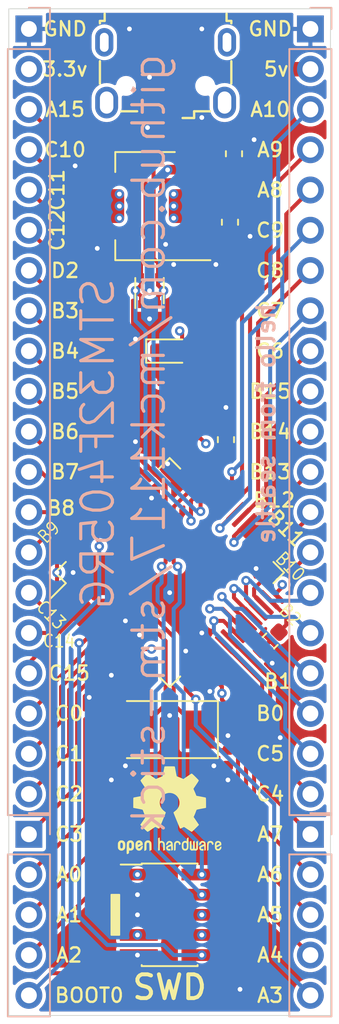
<source format=kicad_pcb>
(kicad_pcb (version 20171130) (host pcbnew "(5.1.6)-1")
  (layers (0 F.Cu signal hide) (1 In1.Cu signal hide) (2 In2.Cu signal hide) (31 B.Cu signal) (34 B.Paste user hide) (35 F.Paste user hide) (36 B.SilkS user) (37 F.SilkS user hide) (38 B.Mask user hide) (39 F.Mask user hide) (44 Edge.Cuts user))
  (net 0 "")
  (net 1 +3V3)
  (net 2 GND)
  (net 3 /SWCLK)
  (net 4 "Net-(C4-Pad1)")
  (net 5 /SWDIO)
  (net 6 "Net-(C3-Pad1)")
  (net 7 /nRESET)
  (net 8 "Net-(C2-Pad1)")
  (net 9 "Net-(C1-Pad1)")
  (net 10 "Net-(J1-Pad8)")
  (net 11 "Net-(J1-Pad7)")
  (net 12 "Net-(J1-Pad6)")
  (net 13 "Net-(J3-Pad6)")
  (net 14 "Net-(J3-Pad4)")
  (net 15 /USB_D+)
  (net 16 /USB_D-)
  (net 17 PC12)
  (net 18 PC11)
  (net 19 PC10)
  (net 20 PA15)
  (net 21 PB9)
  (net 22 PB8)
  (net 23 PB7)
  (net 24 PB6)
  (net 25 PB5)
  (net 26 PB4)
  (net 27 PB3)
  (net 28 PB15)
  (net 29 PB14)
  (net 30 PB13)
  (net 31 PB12)
  (net 32 PB11)
  (net 33 PB10)
  (net 34 PB2)
  (net 35 PB1)
  (net 36 PB0)
  (net 37 PD2)
  (net 38 PC15)
  (net 39 PC14)
  (net 40 PC13)
  (net 41 PC2)
  (net 42 PC1)
  (net 43 PC0)
  (net 44 PC9)
  (net 45 PC8)
  (net 46 PC7)
  (net 47 PC6)
  (net 48 PC5)
  (net 49 PC4)
  (net 50 PC3)
  (net 51 PA8)
  (net 52 PA9)
  (net 53 PA10)
  (net 54 PA7)
  (net 55 PA6)
  (net 56 PA5)
  (net 57 PA4)
  (net 58 PA3)
  (net 59 PA2)
  (net 60 PA1)
  (net 61 PA0)
  (net 62 "Net-(D1-Pad1)")
  (net 63 BOOT0)
  (net 64 +5V)
  (module Resistor_SMD:R_0402_1005Metric (layer F.Cu) (at 33.909 107.823)
    (fp_text reference R2 hide)
    (fp_text value 10k hide)
    (pad 2 smd roundrect (at 0.485 0) (size 0.59 0.64) (layers F.Cu F.Paste F.Mask) (net 2 GND))
    (pad 1 smd roundrect (at -0.485 0) (size 0.59 0.64) (layers F.Cu F.Paste F.Mask) (net 63 BOOT0))
  )
  (module via:via-0.6 (layer F.Cu) (at 46.355 92.964)
    (fp_text reference REF** hide)
    (fp_text value via-0.6 hide)
    (pad 1 thru_hole circle (at 0 0) (size 0.6 0.6) (drill 0.3) (layers *.Cu *.Mask) (net 2 GND))
  )
  (module via:via-0.6 (layer F.Cu) (at 35.687 89.027)
    (fp_text reference REF** hide)
    (fp_text value via-0.6 hide)
    (pad 1 thru_hole circle (at 0 0) (size 0.6 0.6) (drill 0.3) (layers *.Cu *.Mask) (net 2 GND))
  )
  (module via:via-0.6 (layer F.Cu) (at 34.29 90.424)
    (fp_text reference REF** hide)
    (fp_text value via-0.6 hide)
    (pad 1 thru_hole circle (at 0 0) (size 0.6 0.6) (drill 0.3) (layers *.Cu *.Mask) (net 2 GND))
  )
  (module via:via-0.6 (layer F.Cu) (at 41.91 90.043)
    (fp_text reference REF** hide)
    (fp_text value via-0.6 hide)
    (pad 1 thru_hole circle (at 0 0) (size 0.6 0.6) (drill 0.3) (layers *.Cu *.Mask) (net 2 GND))
  )
  (module Connector_PinHeader_2.54mm:PinHeader_1x05_P2.54mm_Vertical (layer B.Cu) (at 48.26 99.06 180)
    (fp_text reference J6 hide)
    (fp_text value Conn_01x05 hide)
    (pad 5 thru_hole oval (at 0 -10.16 180) (size 1.7 1.7) (drill 1) (layers *.Cu *.Mask) (net 58 PA3))
    (pad 4 thru_hole oval (at 0 -7.62 180) (size 1.7 1.7) (drill 1) (layers *.Cu *.Mask) (net 57 PA4))
    (pad 3 thru_hole oval (at 0 -5.08 180) (size 1.7 1.7) (drill 1) (layers *.Cu *.Mask) (net 56 PA5))
    (pad 2 thru_hole oval (at 0 -2.54 180) (size 1.7 1.7) (drill 1) (layers *.Cu *.Mask) (net 55 PA6))
    (pad 1 thru_hole rect (at 0 0 180) (size 1.7 1.7) (drill 1) (layers *.Cu *.Mask) (net 54 PA7))
  )
  (module Connector_PinHeader_2.54mm:PinHeader_1x05_P2.54mm_Vertical (layer B.Cu) (at 30.48 99.06 180)
    (fp_text reference J5 hide)
    (fp_text value Conn_01x05 hide)
    (pad 5 thru_hole oval (at 0 -10.16 180) (size 1.7 1.7) (drill 1) (layers *.Cu *.Mask) (net 63 BOOT0))
    (pad 4 thru_hole oval (at 0 -7.62 180) (size 1.7 1.7) (drill 1) (layers *.Cu *.Mask) (net 59 PA2))
    (pad 3 thru_hole oval (at 0 -5.08 180) (size 1.7 1.7) (drill 1) (layers *.Cu *.Mask) (net 60 PA1))
    (pad 2 thru_hole oval (at 0 -2.54 180) (size 1.7 1.7) (drill 1) (layers *.Cu *.Mask) (net 61 PA0))
    (pad 1 thru_hole rect (at 0 0 180) (size 1.7 1.7) (drill 1) (layers *.Cu *.Mask) (net 50 PC3))
  )
  (module via:via-0.6 (layer F.Cu) (at 39.37 83.82)
    (fp_text reference REF** hide)
    (fp_text value via-0.6 hide)
    (pad 1 thru_hole circle (at 0 0) (size 0.6 0.6) (drill 0.3) (layers *.Cu *.Mask) (net 2 GND))
  )
  (module via:via-0.6 (layer F.Cu) (at 43.815 108.839)
    (fp_text reference REF** hide)
    (fp_text value via-0.6 hide)
    (pad 1 thru_hole circle (at 0 0) (size 0.6 0.6) (drill 0.3) (layers *.Cu *.Mask) (net 2 GND))
  )
  (module via:via-0.6 (layer F.Cu) (at 43.053 92.837)
    (fp_text reference REF** hide)
    (fp_text value via-0.6 hide)
    (pad 1 thru_hole circle (at 0 0) (size 0.6 0.6) (drill 0.3) (layers *.Cu *.Mask) (net 2 GND))
  )
  (module via:via-0.6 (layer F.Cu) (at 39.37 91.567)
    (fp_text reference REF** hide)
    (fp_text value via-0.6 hide)
    (pad 1 thru_hole circle (at 0 0) (size 0.6 0.6) (drill 0.3) (layers *.Cu *.Mask) (net 2 GND))
  )
  (module via:via-0.6 (layer F.Cu) (at 43.053 95.631)
    (fp_text reference REF** hide)
    (fp_text value via-0.6 hide)
    (pad 1 thru_hole circle (at 0 0) (size 0.6 0.6) (drill 0.3) (layers *.Cu *.Mask) (net 2 GND))
  )
  (module via:via-0.6 (layer F.Cu) (at 42.164 94.742)
    (fp_text reference REF** hide)
    (fp_text value via-0.6 hide)
    (pad 1 thru_hole circle (at 0 0) (size 0.6 0.6) (drill 0.3) (layers *.Cu *.Mask) (net 2 GND))
  )
  (module via:via-0.6 (layer F.Cu) (at 36.576 94.742)
    (fp_text reference REF** hide)
    (fp_text value via-0.6 hide)
    (pad 1 thru_hole circle (at 0 0) (size 0.6 0.6) (drill 0.3) (layers *.Cu *.Mask) (net 2 GND))
  )
  (module via:via-0.6 (layer F.Cu) (at 35.687 95.631)
    (fp_text reference REF** hide)
    (fp_text value via-0.6 hide)
    (pad 1 thru_hole circle (at 0 0) (size 0.6 0.6) (drill 0.3) (layers *.Cu *.Mask) (net 2 GND))
  )
  (module via:via-0.6 (layer F.Cu) (at 44.831 82.296)
    (fp_text reference REF** hide)
    (fp_text value via-0.6 hide)
    (pad 1 thru_hole circle (at 0 0) (size 0.6 0.6) (drill 0.3) (layers *.Cu *.Mask) (net 2 GND))
  )
  (module via:via-0.6 (layer F.Cu) (at 45.847 88.265)
    (fp_text reference REF** hide)
    (fp_text value via-0.6 hide)
    (pad 1 thru_hole circle (at 0 0) (size 0.6 0.6) (drill 0.3) (layers *.Cu *.Mask) (net 2 GND))
  )
  (module via:via-0.6 (layer F.Cu) (at 41.402 86.36)
    (fp_text reference REF** hide)
    (fp_text value via-0.6 hide)
    (pad 1 thru_hole circle (at 0 0) (size 0.6 0.6) (drill 0.3) (layers *.Cu *.Mask) (net 2 GND))
  )
  (module via:via-0.6 (layer F.Cu) (at 40.386 87.503)
    (fp_text reference REF** hide)
    (fp_text value via-0.6 hide)
    (pad 1 thru_hole circle (at 0 0) (size 0.6 0.6) (drill 0.3) (layers *.Cu *.Mask) (net 2 GND))
  )
  (module via:via-0.6 (layer F.Cu) (at 37.465 86.487)
    (fp_text reference REF** hide)
    (fp_text value via-0.6 hide)
    (pad 1 thru_hole circle (at 0 0) (size 0.6 0.6) (drill 0.3) (layers *.Cu *.Mask) (net 2 GND))
  )
  (module via:via-0.6 (layer F.Cu) (at 36.576 85.598)
    (fp_text reference REF** hide)
    (fp_text value via-0.6 hide)
    (pad 1 thru_hole circle (at 0 0) (size 0.6 0.6) (drill 0.3) (layers *.Cu *.Mask) (net 2 GND))
  )
  (module via:via-0.6 (layer F.Cu) (at 33.274 82.55)
    (fp_text reference REF** hide)
    (fp_text value via-0.6 hide)
    (pad 1 thru_hole circle (at 0 0) (size 0.6 0.6) (drill 0.3) (layers *.Cu *.Mask) (net 2 GND))
  )
  (module via:via-0.6 (layer F.Cu) (at 38.227 77.851)
    (fp_text reference REF** hide)
    (fp_text value via-0.6 hide)
    (pad 1 thru_hole circle (at 0 0) (size 0.6 0.6) (drill 0.3) (layers *.Cu *.Mask) (net 2 GND))
  )
  (module via:via-0.6 (layer F.Cu) (at 42.926 72.136)
    (fp_text reference REF** hide)
    (fp_text value via-0.6 hide)
    (pad 1 thru_hole circle (at 0 0) (size 0.6 0.6) (drill 0.3) (layers *.Cu *.Mask) (net 2 GND))
  )
  (module via:via-0.6 (layer F.Cu) (at 39.243 75.692)
    (fp_text reference REF** hide)
    (fp_text value via-0.6 hide)
    (pad 1 thru_hole circle (at 0 0) (size 0.6 0.6) (drill 0.3) (layers *.Cu *.Mask) (net 2 GND))
  )
  (module via:via-0.6 (layer F.Cu) (at 37.211 74.295)
    (fp_text reference REF** hide)
    (fp_text value via-0.6 hide)
    (pad 1 thru_hole circle (at 0 0) (size 0.6 0.6) (drill 0.3) (layers *.Cu *.Mask) (net 2 GND))
  )
  (module via:via-0.6 (layer F.Cu) (at 37.211 67.818)
    (fp_text reference REF** hide)
    (fp_text value via-0.6 hide)
    (pad 1 thru_hole circle (at 0 0) (size 0.6 0.6) (drill 0.3) (layers *.Cu *.Mask) (net 2 GND))
  )
  (module via:via-0.6 (layer F.Cu) (at 38.1 51.308)
    (fp_text reference REF** hide)
    (fp_text value via-0.6 hide)
    (pad 1 thru_hole circle (at 0 0) (size 0.6 0.6) (drill 0.3) (layers *.Cu *.Mask) (net 2 GND))
  )
  (module via:via-0.6 (layer F.Cu) (at 41.402 48.26)
    (fp_text reference REF** hide)
    (fp_text value via-0.6 hide)
    (pad 1 thru_hole circle (at 0 0) (size 0.6 0.6) (drill 0.3) (layers *.Cu *.Mask) (net 2 GND))
  )
  (module via:via-0.6 (layer F.Cu) (at 36.83 48.26)
    (fp_text reference REF** hide)
    (fp_text value via-0.6 hide)
    (pad 1 thru_hole circle (at 0 0) (size 0.6 0.6) (drill 0.3) (layers *.Cu *.Mask) (net 2 GND))
  )
  (module via:via-0.6 (layer F.Cu) (at 33.401 56.896)
    (fp_text reference REF** hide)
    (fp_text value via-0.6 hide)
    (pad 1 thru_hole circle (at 0 0) (size 0.6 0.6) (drill 0.3) (layers *.Cu *.Mask) (net 2 GND))
  )
  (module via:via-0.6 (layer F.Cu) (at 37.973 54.483)
    (fp_text reference REF** hide)
    (fp_text value via-0.6 hide)
    (pad 1 thru_hole circle (at 0 0) (size 0.6 0.6) (drill 0.3) (layers *.Cu *.Mask) (net 2 GND))
  )
  (module via:via-0.6 (layer F.Cu) (at 41.402 53.848)
    (fp_text reference REF** hide)
    (fp_text value via-0.6 hide)
    (pad 1 thru_hole circle (at 0 0) (size 0.6 0.6) (drill 0.3) (layers *.Cu *.Mask) (net 2 GND))
  )
  (module via:via-0.6 (layer F.Cu) (at 44.704 55.245)
    (fp_text reference REF** hide)
    (fp_text value via-0.6 hide)
    (pad 1 thru_hole circle (at 0 0) (size 0.6 0.6) (drill 0.3) (layers *.Cu *.Mask) (net 2 GND))
  )
  (module via:via-0.6 (layer F.Cu) (at 44.45 61.341)
    (fp_text reference REF** hide)
    (fp_text value via-0.6 hide)
    (pad 1 thru_hole circle (at 0 0) (size 0.6 0.6) (drill 0.3) (layers *.Cu *.Mask) (net 2 GND))
  )
  (module via:via-0.6 (layer F.Cu) (at 42.291 63.119)
    (fp_text reference REF** hide)
    (fp_text value via-0.6 hide)
    (pad 1 thru_hole circle (at 0 0) (size 0.6 0.6) (drill 0.3) (layers *.Cu *.Mask) (net 2 GND))
  )
  (module via:via-0.6 (layer F.Cu) (at 39.624 63.119)
    (fp_text reference REF** hide)
    (fp_text value via-0.6 hide)
    (pad 1 thru_hole circle (at 0 0) (size 0.6 0.6) (drill 0.3) (layers *.Cu *.Mask) (net 2 GND))
  )
  (module via:via-0.6 (layer F.Cu) (at 39.116 61.849)
    (fp_text reference REF** hide)
    (fp_text value via-0.6 hide)
    (pad 1 thru_hole circle (at 0 0) (size 0.6 0.6) (drill 0.3) (layers *.Cu *.Mask) (net 2 GND))
  )
  (module via:via-0.6 (layer F.Cu) (at 34.798 62.103)
    (fp_text reference REF** hide)
    (fp_text value via-0.6 hide)
    (pad 1 thru_hole circle (at 0 0) (size 0.6 0.6) (drill 0.3) (layers *.Cu *.Mask) (net 2 GND))
  )
  (module Symbol:OSHW-Logo2_7.3x6mm_SilkScreen (layer F.Cu) (at 39.37 97.536)
    (fp_text reference REF** hide)
    (fp_text value OSHW-Logo2_7.3x6mm_SilkScreen hide)
  )
  (module Crystal:Crystal_SMD_5032-2Pin_5.0x3.2mm (layer F.Cu) (at 39.37 92.456 180)
    (fp_text reference Y1 hide)
    (fp_text value 8MHz hide)
    (pad 2 smd rect (at 1.85 0 180) (size 2 2.4) (layers F.Cu F.Paste F.Mask) (net 8 "Net-(C2-Pad1)"))
    (pad 1 smd rect (at -1.85 0 180) (size 2 2.4) (layers F.Cu F.Paste F.Mask) (net 9 "Net-(C1-Pad1)"))
  )
  (module Connector_USB:USB_Micro-B_Wuerth_629105150521 (layer F.Cu) (at 39.116 51.054 180)
    (fp_text reference J3 hide)
    (fp_text value 629105150521 hide)
    (pad 1 smd rect (at -1.3 -1.9 180) (size 0.45 1.3) (layers F.Cu F.Paste F.Mask) (net 64 +5V))
    (pad 2 smd rect (at -0.65 -1.9 180) (size 0.45 1.3) (layers F.Cu F.Paste F.Mask) (net 16 /USB_D-))
    (pad 3 smd rect (at 0 -1.9 180) (size 0.45 1.3) (layers F.Cu F.Paste F.Mask) (net 15 /USB_D+))
    (pad 4 smd rect (at 0.65 -1.9 180) (size 0.45 1.3) (layers F.Cu F.Paste F.Mask) (net 14 "Net-(J3-Pad4)"))
    (pad 5 smd rect (at 1.3 -1.9 180) (size 0.45 1.3) (layers F.Cu F.Paste F.Mask) (net 2 GND))
    (pad 6 thru_hole oval (at -3.725 -1.85 180) (size 1.45 2) (drill oval 0.85 1.4) (layers *.Cu *.Mask) (net 13 "Net-(J3-Pad6)"))
    (pad 6 thru_hole oval (at 3.725 -1.85 180) (size 1.45 2) (drill oval 0.85 1.4) (layers *.Cu *.Mask) (net 13 "Net-(J3-Pad6)"))
    (pad 6 thru_hole oval (at -3.875 1.95 180) (size 1.15 1.8) (drill oval 0.55 1.2) (layers *.Cu *.Mask) (net 13 "Net-(J3-Pad6)"))
    (pad 6 thru_hole oval (at 3.875 1.95 180) (size 1.15 1.8) (drill oval 0.55 1.2) (layers *.Cu *.Mask) (net 13 "Net-(J3-Pad6)"))
    (pad "" np_thru_hole oval (at -2.5 -0.8 180) (size 0.8 0.8) (drill 0.8) (layers *.Cu *.Mask))
    (pad "" np_thru_hole oval (at 2.5 -0.8 180) (size 0.8 0.8) (drill 0.8) (layers *.Cu *.Mask))
  )
  (module Capacitor_SMD:C_0402_1005Metric (layer F.Cu) (at 43.053 91.44 270)
    (fp_text reference C9 hide)
    (fp_text value 100n hide)
    (pad 2 smd roundrect (at 0.485 0 270) (size 0.59 0.64) (layers F.Cu F.Paste F.Mask) (net 2 GND))
    (pad 1 smd roundrect (at -0.485 0 270) (size 0.59 0.64) (layers F.Cu F.Paste F.Mask) (net 1 +3V3))
  )
  (module Capacitor_SMD:C_0402_1005Metric (layer F.Cu) (at 40.386 74.422 225)
    (fp_text reference C8 hide)
    (fp_text value 100n hide)
    (pad 2 smd roundrect (at 0.485 0 225) (size 0.59 0.64) (layers F.Cu F.Paste F.Mask) (net 2 GND))
    (pad 1 smd roundrect (at -0.485 0 225) (size 0.59 0.64) (layers F.Cu F.Paste F.Mask) (net 1 +3V3))
  )
  (module Resistor_SMD:R_0402_1005Metric (layer F.Cu) (at 39.37 70.485 180)
    (fp_text reference R1 hide)
    (fp_text value 330 hide)
    (pad 2 smd roundrect (at 0.485 0 180) (size 0.59 0.64) (layers F.Cu F.Paste F.Mask) (net 62 "Net-(D1-Pad1)"))
    (pad 1 smd roundrect (at -0.485 0 180) (size 0.59 0.64) (layers F.Cu F.Paste F.Mask) (net 2 GND))
  )
  (module LED_SMD:LED_0603_1608Metric (layer F.Cu) (at 39.37 68.58)
    (fp_text reference D1 hide)
    (fp_text value LED hide)
    (pad 2 smd roundrect (at 0.7875 0) (size 0.875 0.95) (layers F.Cu F.Paste F.Mask) (net 1 +3V3))
    (pad 1 smd roundrect (at -0.7875 0) (size 0.875 0.95) (layers F.Cu F.Paste F.Mask) (net 62 "Net-(D1-Pad1)"))
  )
  (module Package_TO_SOT_SMD:SOT-666 (layer F.Cu) (at 38.1 64.77 90)
    (fp_text reference U3 hide)
    (fp_text value USBLC6-2P6 hide)
    (pad 6 smd rect (at 0.85 -0.5375 90) (size 0.5 0.375) (layers F.Cu F.Paste F.Mask) (net 15 /USB_D+))
    (pad 4 smd rect (at 0.85 0.5375 90) (size 0.5 0.375) (layers F.Cu F.Paste F.Mask) (net 16 /USB_D-))
    (pad 2 smd rect (at -0.925 0 90) (size 0.65 0.3) (layers F.Cu F.Paste F.Mask) (net 2 GND))
    (pad 5 smd rect (at 0.925 0 90) (size 0.65 0.3) (layers F.Cu F.Paste F.Mask) (net 64 +5V))
    (pad 3 smd rect (at -0.85 0.5375 90) (size 0.5 0.375) (layers F.Cu F.Paste F.Mask) (net 16 /USB_D-))
    (pad 1 smd rect (at -0.85 -0.5375 90) (size 0.5 0.375) (layers F.Cu F.Paste F.Mask) (net 15 /USB_D+))
  )
  (module Connector_PinHeader_2.54mm:PinHeader_1x20_P2.54mm_Vertical (layer B.Cu) (at 48.26 48.26 180)
    (fp_text reference J4 hide)
    (fp_text value Conn_01x20 hide)
    (pad 20 thru_hole oval (at 0 -48.26 180) (size 1.7 1.7) (drill 1) (layers *.Cu *.Mask) (net 49 PC4))
    (pad 19 thru_hole oval (at 0 -45.72 180) (size 1.7 1.7) (drill 1) (layers *.Cu *.Mask) (net 48 PC5))
    (pad 18 thru_hole oval (at 0 -43.18 180) (size 1.7 1.7) (drill 1) (layers *.Cu *.Mask) (net 36 PB0))
    (pad 17 thru_hole oval (at 0 -40.64 180) (size 1.7 1.7) (drill 1) (layers *.Cu *.Mask) (net 35 PB1))
    (pad 16 thru_hole oval (at 0 -38.1 180) (size 1.7 1.7) (drill 1) (layers *.Cu *.Mask) (net 34 PB2))
    (pad 15 thru_hole oval (at 0 -35.56 180) (size 1.7 1.7) (drill 1) (layers *.Cu *.Mask) (net 33 PB10))
    (pad 14 thru_hole oval (at 0 -33.02 180) (size 1.7 1.7) (drill 1) (layers *.Cu *.Mask) (net 32 PB11))
    (pad 13 thru_hole oval (at 0 -30.48 180) (size 1.7 1.7) (drill 1) (layers *.Cu *.Mask) (net 31 PB12))
    (pad 12 thru_hole oval (at 0 -27.94 180) (size 1.7 1.7) (drill 1) (layers *.Cu *.Mask) (net 30 PB13))
    (pad 11 thru_hole oval (at 0 -25.4 180) (size 1.7 1.7) (drill 1) (layers *.Cu *.Mask) (net 29 PB14))
    (pad 10 thru_hole oval (at 0 -22.86 180) (size 1.7 1.7) (drill 1) (layers *.Cu *.Mask) (net 28 PB15))
    (pad 9 thru_hole oval (at 0 -20.32 180) (size 1.7 1.7) (drill 1) (layers *.Cu *.Mask) (net 47 PC6))
    (pad 8 thru_hole oval (at 0 -17.78 180) (size 1.7 1.7) (drill 1) (layers *.Cu *.Mask) (net 46 PC7))
    (pad 7 thru_hole oval (at 0 -15.24 180) (size 1.7 1.7) (drill 1) (layers *.Cu *.Mask) (net 45 PC8))
    (pad 6 thru_hole oval (at 0 -12.7 180) (size 1.7 1.7) (drill 1) (layers *.Cu *.Mask) (net 44 PC9))
    (pad 5 thru_hole oval (at 0 -10.16 180) (size 1.7 1.7) (drill 1) (layers *.Cu *.Mask) (net 51 PA8))
    (pad 4 thru_hole oval (at 0 -7.62 180) (size 1.7 1.7) (drill 1) (layers *.Cu *.Mask) (net 52 PA9))
    (pad 3 thru_hole oval (at 0 -5.08 180) (size 1.7 1.7) (drill 1) (layers *.Cu *.Mask) (net 53 PA10))
    (pad 2 thru_hole oval (at 0 -2.54 180) (size 1.7 1.7) (drill 1) (layers *.Cu *.Mask) (net 64 +5V))
    (pad 1 thru_hole rect (at 0 0 180) (size 1.7 1.7) (drill 1) (layers *.Cu *.Mask) (net 2 GND))
  )
  (module Package_TO_SOT_SMD:SOT-223-3_TabPin2 (layer F.Cu) (at 37.846 59.436 180)
    (fp_text reference U2 hide)
    (fp_text value AMS1117-3.3 hide)
    (pad 1 smd rect (at -3.15 -2.3 180) (size 2 1.5) (layers F.Cu F.Paste F.Mask) (net 2 GND))
    (pad 3 smd rect (at -3.15 2.3 180) (size 2 1.5) (layers F.Cu F.Paste F.Mask) (net 64 +5V))
    (pad 2 smd rect (at -3.15 0 180) (size 2 1.5) (layers F.Cu F.Paste F.Mask) (net 1 +3V3))
    (pad 2 smd rect (at 3.15 0 180) (size 2 3.8) (layers F.Cu F.Paste F.Mask) (net 1 +3V3))
  )
  (module Connector_PinHeader_2.54mm:PinHeader_1x20_P2.54mm_Vertical (layer B.Cu) (at 30.48 48.26 180)
    (fp_text reference J2 hide)
    (fp_text value Conn_01x20 hide)
    (pad 20 thru_hole oval (at 0 -48.26 180) (size 1.7 1.7) (drill 1) (layers *.Cu *.Mask) (net 41 PC2))
    (pad 19 thru_hole oval (at 0 -45.72 180) (size 1.7 1.7) (drill 1) (layers *.Cu *.Mask) (net 42 PC1))
    (pad 18 thru_hole oval (at 0 -43.18 180) (size 1.7 1.7) (drill 1) (layers *.Cu *.Mask) (net 43 PC0))
    (pad 17 thru_hole oval (at 0 -40.64 180) (size 1.7 1.7) (drill 1) (layers *.Cu *.Mask) (net 38 PC15))
    (pad 16 thru_hole oval (at 0 -38.1 180) (size 1.7 1.7) (drill 1) (layers *.Cu *.Mask) (net 39 PC14))
    (pad 15 thru_hole oval (at 0 -35.56 180) (size 1.7 1.7) (drill 1) (layers *.Cu *.Mask) (net 40 PC13))
    (pad 14 thru_hole oval (at 0 -33.02 180) (size 1.7 1.7) (drill 1) (layers *.Cu *.Mask) (net 21 PB9))
    (pad 13 thru_hole oval (at 0 -30.48 180) (size 1.7 1.7) (drill 1) (layers *.Cu *.Mask) (net 22 PB8))
    (pad 12 thru_hole oval (at 0 -27.94 180) (size 1.7 1.7) (drill 1) (layers *.Cu *.Mask) (net 23 PB7))
    (pad 11 thru_hole oval (at 0 -25.4 180) (size 1.7 1.7) (drill 1) (layers *.Cu *.Mask) (net 24 PB6))
    (pad 10 thru_hole oval (at 0 -22.86 180) (size 1.7 1.7) (drill 1) (layers *.Cu *.Mask) (net 25 PB5))
    (pad 9 thru_hole oval (at 0 -20.32 180) (size 1.7 1.7) (drill 1) (layers *.Cu *.Mask) (net 26 PB4))
    (pad 8 thru_hole oval (at 0 -17.78 180) (size 1.7 1.7) (drill 1) (layers *.Cu *.Mask) (net 27 PB3))
    (pad 7 thru_hole oval (at 0 -15.24 180) (size 1.7 1.7) (drill 1) (layers *.Cu *.Mask) (net 37 PD2))
    (pad 6 thru_hole oval (at 0 -12.7 180) (size 1.7 1.7) (drill 1) (layers *.Cu *.Mask) (net 17 PC12))
    (pad 5 thru_hole oval (at 0 -10.16 180) (size 1.7 1.7) (drill 1) (layers *.Cu *.Mask) (net 18 PC11))
    (pad 4 thru_hole oval (at 0 -7.62 180) (size 1.7 1.7) (drill 1) (layers *.Cu *.Mask) (net 19 PC10))
    (pad 3 thru_hole oval (at 0 -5.08 180) (size 1.7 1.7) (drill 1) (layers *.Cu *.Mask) (net 20 PA15))
    (pad 2 thru_hole oval (at 0 -2.54 180) (size 1.7 1.7) (drill 1) (layers *.Cu *.Mask) (net 1 +3V3))
    (pad 1 thru_hole rect (at 0 0 180) (size 1.7 1.7) (drill 1) (layers *.Cu *.Mask) (net 2 GND))
  )
  (module Capacitor_SMD:C_0603_1608Metric (layer F.Cu) (at 43.18 60.452 270)
    (fp_text reference C7 hide)
    (fp_text value 4.7u hide)
    (pad 2 smd roundrect (at 0.7875 0 270) (size 0.875 0.95) (layers F.Cu F.Paste F.Mask) (net 2 GND))
    (pad 1 smd roundrect (at -0.7875 0 270) (size 0.875 0.95) (layers F.Cu F.Paste F.Mask) (net 1 +3V3))
  )
  (module Capacitor_SMD:C_0402_1005Metric (layer F.Cu) (at 41.633 55.118)
    (fp_text reference C6 hide)
    (fp_text value 100n hide)
    (pad 2 smd roundrect (at 0.485 0) (size 0.59 0.64) (layers F.Cu F.Paste F.Mask) (net 2 GND))
    (pad 1 smd roundrect (at -0.485 0) (size 0.59 0.64) (layers F.Cu F.Paste F.Mask) (net 64 +5V))
  )
  (module Capacitor_SMD:C_0603_1608Metric (layer F.Cu) (at 43.434 56.134 90)
    (fp_text reference C5 hide)
    (fp_text value 10u hide)
    (pad 2 smd roundrect (at 0.7875 0 90) (size 0.875 0.95) (layers F.Cu F.Paste F.Mask) (net 2 GND))
    (pad 1 smd roundrect (at -0.7875 0 90) (size 0.875 0.95) (layers F.Cu F.Paste F.Mask) (net 64 +5V))
  )
  (module Connector_PinHeader_1.27mm:PinHeader_2x05_P1.27mm_Vertical_SMD (layer F.Cu) (at 39.37 104.14)
    (fp_text reference J1 hide)
    (fp_text value FTSH-105-01-F-DV-007-K hide)
    (pad 10 smd rect (at 1.95 2.54) (size 2.4 0.74) (layers F.Cu F.Paste F.Mask) (net 7 /nRESET))
    (pad 9 smd rect (at -1.95 2.54) (size 2.4 0.74) (layers F.Cu F.Paste F.Mask) (net 2 GND))
    (pad 8 smd rect (at 1.95 1.27) (size 2.4 0.74) (layers F.Cu F.Paste F.Mask) (net 10 "Net-(J1-Pad8)"))
    (pad 7 smd rect (at -1.95 1.27) (size 2.4 0.74) (layers F.Cu F.Paste F.Mask) (net 11 "Net-(J1-Pad7)"))
    (pad 6 smd rect (at 1.95 0) (size 2.4 0.74) (layers F.Cu F.Paste F.Mask) (net 12 "Net-(J1-Pad6)"))
    (pad 5 smd rect (at -1.95 0) (size 2.4 0.74) (layers F.Cu F.Paste F.Mask) (net 2 GND))
    (pad 4 smd rect (at 1.95 -1.27) (size 2.4 0.74) (layers F.Cu F.Paste F.Mask) (net 3 /SWCLK))
    (pad 3 smd rect (at -1.95 -1.27) (size 2.4 0.74) (layers F.Cu F.Paste F.Mask) (net 2 GND))
    (pad 2 smd rect (at 1.95 -2.54) (size 2.4 0.74) (layers F.Cu F.Paste F.Mask) (net 5 /SWDIO))
    (pad 1 smd rect (at -1.95 -2.54) (size 2.4 0.74) (layers F.Cu F.Paste F.Mask) (net 1 +3V3))
  )
  (module Capacitor_SMD:C_0603_1608Metric (layer F.Cu) (at 42.926 74.168 90)
    (fp_text reference C4 hide)
    (fp_text value 2.2u hide)
    (pad 2 smd roundrect (at 0.7875 0 90) (size 0.875 0.95) (layers F.Cu F.Paste F.Mask) (net 2 GND))
    (pad 1 smd roundrect (at -0.7875 0 90) (size 0.875 0.95) (layers F.Cu F.Paste F.Mask) (net 4 "Net-(C4-Pad1)"))
  )
  (module Capacitor_SMD:C_0603_1608Metric (layer F.Cu) (at 45.72 86.868 225)
    (fp_text reference C3 hide)
    (fp_text value 2.2u hide)
    (pad 2 smd roundrect (at 0.7875 0 225) (size 0.875 0.95) (layers F.Cu F.Paste F.Mask) (net 2 GND))
    (pad 1 smd roundrect (at -0.7875 0 225) (size 0.875 0.95) (layers F.Cu F.Paste F.Mask) (net 6 "Net-(C3-Pad1)"))
  )
  (module Capacitor_SMD:C_0402_1005Metric (layer F.Cu) (at 35.687 94.234 270)
    (fp_text reference C2 hide)
    (fp_text value 8p hide)
    (pad 1 smd roundrect (at -0.485 0 270) (size 0.59 0.64) (layers F.Cu F.Paste F.Mask) (net 8 "Net-(C2-Pad1)"))
    (pad 2 smd roundrect (at 0.485 0 270) (size 0.59 0.64) (layers F.Cu F.Paste F.Mask) (net 2 GND))
  )
  (module Capacitor_SMD:C_0402_1005Metric (layer F.Cu) (at 43.053 94.234 270)
    (fp_text reference C1 hide)
    (fp_text value 8p hide)
    (pad 1 smd roundrect (at -0.485 0 270) (size 0.59 0.64) (layers F.Cu F.Paste F.Mask) (net 9 "Net-(C1-Pad1)"))
    (pad 2 smd roundrect (at 0.485 0 270) (size 0.59 0.64) (layers F.Cu F.Paste F.Mask) (net 2 GND))
  )
  (module Package_QFP:LQFP-64_10x10mm_P0.5mm (layer F.Cu) (at 39.37 82.55 45)
    (fp_text reference U1 hide)
    (fp_text value STM32F405RGTx hide)
    (pad 64 smd roundrect (at -3.75 -5.675 45) (size 0.3 1.55) (layers F.Cu F.Paste F.Mask) (net 1 +3V3))
    (pad 63 smd roundrect (at -3.25 -5.675 45) (size 0.3 1.55) (layers F.Cu F.Paste F.Mask) (net 2 GND))
    (pad 62 smd roundrect (at -2.75 -5.675 45) (size 0.3 1.55) (layers F.Cu F.Paste F.Mask) (net 21 PB9))
    (pad 61 smd roundrect (at -2.25 -5.675 45) (size 0.3 1.55) (layers F.Cu F.Paste F.Mask) (net 22 PB8))
    (pad 60 smd roundrect (at -1.75 -5.675 45) (size 0.3 1.55) (layers F.Cu F.Paste F.Mask) (net 63 BOOT0))
    (pad 59 smd roundrect (at -1.25 -5.675 45) (size 0.3 1.55) (layers F.Cu F.Paste F.Mask) (net 23 PB7))
    (pad 58 smd roundrect (at -0.75 -5.675 45) (size 0.3 1.55) (layers F.Cu F.Paste F.Mask) (net 24 PB6))
    (pad 57 smd roundrect (at -0.25 -5.675 45) (size 0.3 1.55) (layers F.Cu F.Paste F.Mask) (net 25 PB5))
    (pad 56 smd roundrect (at 0.25 -5.675 45) (size 0.3 1.55) (layers F.Cu F.Paste F.Mask) (net 26 PB4))
    (pad 55 smd roundrect (at 0.75 -5.675 45) (size 0.3 1.55) (layers F.Cu F.Paste F.Mask) (net 27 PB3))
    (pad 54 smd roundrect (at 1.25 -5.675 45) (size 0.3 1.55) (layers F.Cu F.Paste F.Mask) (net 37 PD2))
    (pad 53 smd roundrect (at 1.75 -5.675 45) (size 0.3 1.55) (layers F.Cu F.Paste F.Mask) (net 17 PC12))
    (pad 52 smd roundrect (at 2.25 -5.675 45) (size 0.3 1.55) (layers F.Cu F.Paste F.Mask) (net 18 PC11))
    (pad 51 smd roundrect (at 2.75 -5.675 45) (size 0.3 1.55) (layers F.Cu F.Paste F.Mask) (net 19 PC10))
    (pad 50 smd roundrect (at 3.25 -5.675 45) (size 0.3 1.55) (layers F.Cu F.Paste F.Mask) (net 20 PA15))
    (pad 49 smd roundrect (at 3.75 -5.675 45) (size 0.3 1.55) (layers F.Cu F.Paste F.Mask) (net 3 /SWCLK))
    (pad 48 smd roundrect (at 5.675 -3.75 45) (size 1.55 0.3) (layers F.Cu F.Paste F.Mask) (net 1 +3V3))
    (pad 47 smd roundrect (at 5.675 -3.25 45) (size 1.55 0.3) (layers F.Cu F.Paste F.Mask) (net 4 "Net-(C4-Pad1)"))
    (pad 46 smd roundrect (at 5.675 -2.75 45) (size 1.55 0.3) (layers F.Cu F.Paste F.Mask) (net 5 /SWDIO))
    (pad 45 smd roundrect (at 5.675 -2.25 45) (size 1.55 0.3) (layers F.Cu F.Paste F.Mask) (net 15 /USB_D+))
    (pad 44 smd roundrect (at 5.675 -1.75 45) (size 1.55 0.3) (layers F.Cu F.Paste F.Mask) (net 16 /USB_D-))
    (pad 43 smd roundrect (at 5.675 -1.25 45) (size 1.55 0.3) (layers F.Cu F.Paste F.Mask) (net 53 PA10))
    (pad 42 smd roundrect (at 5.675 -0.75 45) (size 1.55 0.3) (layers F.Cu F.Paste F.Mask) (net 52 PA9))
    (pad 41 smd roundrect (at 5.675 -0.25 45) (size 1.55 0.3) (layers F.Cu F.Paste F.Mask) (net 51 PA8))
    (pad 40 smd roundrect (at 5.675 0.25 45) (size 1.55 0.3) (layers F.Cu F.Paste F.Mask) (net 44 PC9))
    (pad 39 smd roundrect (at 5.675 0.75 45) (size 1.55 0.3) (layers F.Cu F.Paste F.Mask) (net 45 PC8))
    (pad 38 smd roundrect (at 5.675 1.25 45) (size 1.55 0.3) (layers F.Cu F.Paste F.Mask) (net 46 PC7))
    (pad 37 smd roundrect (at 5.675 1.75 45) (size 1.55 0.3) (layers F.Cu F.Paste F.Mask) (net 47 PC6))
    (pad 36 smd roundrect (at 5.675 2.25 45) (size 1.55 0.3) (layers F.Cu F.Paste F.Mask) (net 28 PB15))
    (pad 35 smd roundrect (at 5.675 2.75 45) (size 1.55 0.3) (layers F.Cu F.Paste F.Mask) (net 29 PB14))
    (pad 34 smd roundrect (at 5.675 3.25 45) (size 1.55 0.3) (layers F.Cu F.Paste F.Mask) (net 30 PB13))
    (pad 33 smd roundrect (at 5.675 3.75 45) (size 1.55 0.3) (layers F.Cu F.Paste F.Mask) (net 31 PB12))
    (pad 32 smd roundrect (at 3.75 5.675 45) (size 0.3 1.55) (layers F.Cu F.Paste F.Mask) (net 1 +3V3))
    (pad 31 smd roundrect (at 3.25 5.675 45) (size 0.3 1.55) (layers F.Cu F.Paste F.Mask) (net 6 "Net-(C3-Pad1)"))
    (pad 30 smd roundrect (at 2.75 5.675 45) (size 0.3 1.55) (layers F.Cu F.Paste F.Mask) (net 32 PB11))
    (pad 29 smd roundrect (at 2.25 5.675 45) (size 0.3 1.55) (layers F.Cu F.Paste F.Mask) (net 33 PB10))
    (pad 28 smd roundrect (at 1.75 5.675 45) (size 0.3 1.55) (layers F.Cu F.Paste F.Mask) (net 34 PB2))
    (pad 27 smd roundrect (at 1.25 5.675 45) (size 0.3 1.55) (layers F.Cu F.Paste F.Mask) (net 35 PB1))
    (pad 26 smd roundrect (at 0.75 5.675 45) (size 0.3 1.55) (layers F.Cu F.Paste F.Mask) (net 36 PB0))
    (pad 25 smd roundrect (at 0.25 5.675 45) (size 0.3 1.55) (layers F.Cu F.Paste F.Mask) (net 48 PC5))
    (pad 24 smd roundrect (at -0.25 5.675 45) (size 0.3 1.55) (layers F.Cu F.Paste F.Mask) (net 49 PC4))
    (pad 23 smd roundrect (at -0.75 5.675 45) (size 0.3 1.55) (layers F.Cu F.Paste F.Mask) (net 54 PA7))
    (pad 22 smd roundrect (at -1.25 5.675 45) (size 0.3 1.55) (layers F.Cu F.Paste F.Mask) (net 55 PA6))
    (pad 21 smd roundrect (at -1.75 5.675 45) (size 0.3 1.55) (layers F.Cu F.Paste F.Mask) (net 56 PA5))
    (pad 20 smd roundrect (at -2.25 5.675 45) (size 0.3 1.55) (layers F.Cu F.Paste F.Mask) (net 57 PA4))
    (pad 19 smd roundrect (at -2.75 5.675 45) (size 0.3 1.55) (layers F.Cu F.Paste F.Mask) (net 1 +3V3))
    (pad 18 smd roundrect (at -3.25 5.675 45) (size 0.3 1.55) (layers F.Cu F.Paste F.Mask) (net 2 GND))
    (pad 17 smd roundrect (at -3.75 5.675 45) (size 0.3 1.55) (layers F.Cu F.Paste F.Mask) (net 58 PA3))
    (pad 16 smd roundrect (at -5.675 3.75 45) (size 1.55 0.3) (layers F.Cu F.Paste F.Mask) (net 59 PA2))
    (pad 15 smd roundrect (at -5.675 3.25 45) (size 1.55 0.3) (layers F.Cu F.Paste F.Mask) (net 60 PA1))
    (pad 14 smd roundrect (at -5.675 2.75 45) (size 1.55 0.3) (layers F.Cu F.Paste F.Mask) (net 61 PA0))
    (pad 13 smd roundrect (at -5.675 2.25 45) (size 1.55 0.3) (layers F.Cu F.Paste F.Mask) (net 1 +3V3))
    (pad 12 smd roundrect (at -5.675 1.75 45) (size 1.55 0.3) (layers F.Cu F.Paste F.Mask) (net 2 GND))
    (pad 11 smd roundrect (at -5.675 1.25 45) (size 1.55 0.3) (layers F.Cu F.Paste F.Mask) (net 50 PC3))
    (pad 10 smd roundrect (at -5.675 0.75 45) (size 1.55 0.3) (layers F.Cu F.Paste F.Mask) (net 41 PC2))
    (pad 9 smd roundrect (at -5.675 0.25 45) (size 1.55 0.3) (layers F.Cu F.Paste F.Mask) (net 42 PC1))
    (pad 8 smd roundrect (at -5.675 -0.25 45) (size 1.55 0.3) (layers F.Cu F.Paste F.Mask) (net 43 PC0))
    (pad 7 smd roundrect (at -5.675 -0.75 45) (size 1.55 0.3) (layers F.Cu F.Paste F.Mask) (net 7 /nRESET))
    (pad 6 smd roundrect (at -5.675 -1.25 45) (size 1.55 0.3) (layers F.Cu F.Paste F.Mask) (net 8 "Net-(C2-Pad1)"))
    (pad 5 smd roundrect (at -5.675 -1.75 45) (size 1.55 0.3) (layers F.Cu F.Paste F.Mask) (net 9 "Net-(C1-Pad1)"))
    (pad 4 smd roundrect (at -5.675 -2.25 45) (size 1.55 0.3) (layers F.Cu F.Paste F.Mask) (net 38 PC15))
    (pad 3 smd roundrect (at -5.675 -2.75 45) (size 1.55 0.3) (layers F.Cu F.Paste F.Mask) (net 39 PC14))
    (pad 2 smd roundrect (at -5.675 -3.25 45) (size 1.55 0.3) (layers F.Cu F.Paste F.Mask) (net 40 PC13))
    (pad 1 smd roundrect (at -5.675 -3.75 45) (size 1.55 0.3) (layers F.Cu F.Paste F.Mask) (net 1 +3V3))
  )
  (gr_text "hello from seattle" (at 45.466 73.152 90) (layer B.SilkS) (effects (font (size 1.1 1.1) (thickness 0.2)) (justify mirror)))
  (gr_text SWD (at 39.37 108.712) (layer F.SilkS) (effects (font (size 1.5 1.5) (thickness 0.25))))
  (gr_text BOOT0 (at 34.29 109.22) (layer F.SilkS) (effects (font (size 0.9 0.9))))
  (gr_text A3 (at 45.72 109.22) (layer F.SilkS) (effects (font (size 0.9 0.9))))
  (gr_text B9 (at 31.75 80.01 45) (layer F.SilkS) (effects (font (size 0.8 0.7) (thickness 0.09))))
  (gr_text B10 (at 46.99 82.169 315) (layer F.SilkS) (effects (font (size 0.8 0.7) (thickness 0.1))))
  (gr_poly (pts (xy 36.195 105.41) (xy 35.687 105.41) (xy 35.687 102.87) (xy 36.195 102.87)) (layer F.SilkS) (width 0.1))
  (gr_text "STM32F405RG\ngithub.com/mck1117/stm-stick" (at 36.449 74.422 90) (layer B.SilkS) (effects (font (size 2 2) (thickness 0.2)) (justify mirror)))
  (gr_text C13 (at 31.877 85.217 315) (layer F.SilkS) (effects (font (size 0.8 0.7) (thickness 0.1))))
  (gr_text B2 (at 46.99 85.217 315) (layer F.SilkS) (effects (font (size 0.8 0.7) (thickness 0.1))))
  (gr_text B11 (at 46.736 79.756 315) (layer F.SilkS) (effects (font (size 0.9 0.9))))
  (gr_text C14 (at 32.385 86.868) (layer F.SilkS) (effects (font (size 0.8 0.7) (thickness 0.1))))
  (gr_text B8 (at 32.512 78.486) (layer F.SilkS) (effects (font (size 0.9 0.9))))
  (gr_text GND (at 45.72 48.26) (layer F.SilkS) (effects (font (size 0.9 0.9))))
  (gr_text 5v (at 46.101 50.8) (layer F.SilkS) (effects (font (size 0.9 0.9))))
  (gr_text A10 (at 45.72 53.34) (layer F.SilkS) (effects (font (size 0.9 0.9))))
  (gr_text A9 (at 45.72 55.88) (layer F.SilkS) (effects (font (size 0.9 0.9))))
  (gr_text A8 (at 45.72 58.42) (layer F.SilkS) (effects (font (size 0.9 0.9))))
  (gr_text C9 (at 45.72 60.96) (layer F.SilkS) (effects (font (size 0.9 0.9))))
  (gr_text C8 (at 45.72 63.5) (layer F.SilkS) (effects (font (size 0.9 0.9))))
  (gr_text C7 (at 45.72 66.04) (layer F.SilkS) (effects (font (size 0.9 0.9))))
  (gr_text C6 (at 45.72 68.58) (layer F.SilkS) (effects (font (size 0.9 0.9))))
  (gr_text B15 (at 45.72 71.12) (layer F.SilkS) (effects (font (size 0.9 0.9))))
  (gr_text B14 (at 45.72 73.66) (layer F.SilkS) (effects (font (size 0.9 0.9))))
  (gr_text B13 (at 45.72 76.2) (layer F.SilkS) (effects (font (size 0.9 0.9))))
  (gr_text B12 (at 45.974 77.978) (layer F.SilkS) (effects (font (size 0.9 0.9))))
  (gr_text B1 (at 46.228 89.408) (layer F.SilkS) (effects (font (size 0.9 0.9))))
  (gr_text B0 (at 45.72 91.44) (layer F.SilkS) (effects (font (size 0.9 0.9))))
  (gr_text C5 (at 45.72 93.98) (layer F.SilkS) (effects (font (size 0.9 0.9))))
  (gr_text A4 (at 45.72 106.68) (layer F.SilkS) (effects (font (size 0.9 0.9))))
  (gr_text A5 (at 45.72 104.14) (layer F.SilkS) (effects (font (size 0.9 0.9))))
  (gr_text A6 (at 45.72 101.6) (layer F.SilkS) (effects (font (size 0.9 0.9))))
  (gr_text A7 (at 45.72 99.06) (layer F.SilkS) (effects (font (size 0.9 0.9))))
  (gr_text C4 (at 45.72 96.52) (layer F.SilkS) (effects (font (size 0.9 0.9))))
  (gr_text A2 (at 33.02 106.68) (layer F.SilkS) (effects (font (size 0.9 0.9))))
  (gr_text A1 (at 33.02 104.14) (layer F.SilkS) (effects (font (size 0.9 0.9))))
  (gr_text A0 (at 33.02 101.6) (layer F.SilkS) (effects (font (size 0.9 0.9))))
  (gr_text C3 (at 33.02 99.06) (layer F.SilkS) (effects (font (size 0.9 0.9))))
  (gr_text C2 (at 33.02 96.52) (layer F.SilkS) (effects (font (size 0.9 0.9))))
  (gr_text C1 (at 33.02 93.98) (layer F.SilkS) (effects (font (size 0.9 0.9))))
  (gr_text C0 (at 33.02 91.44) (layer F.SilkS) (effects (font (size 0.9 0.9))))
  (gr_text C15 (at 33.02 88.9) (layer F.SilkS) (effects (font (size 0.9 0.9))))
  (gr_text B7 (at 32.766 76.2) (layer F.SilkS) (effects (font (size 0.9 0.9))))
  (gr_text B6 (at 32.766 73.66) (layer F.SilkS) (effects (font (size 0.9 0.9))))
  (gr_text B5 (at 32.766 71.12) (layer F.SilkS) (effects (font (size 0.9 0.9))))
  (gr_text B4 (at 32.766 68.58) (layer F.SilkS) (effects (font (size 0.9 0.9))))
  (gr_text B3 (at 32.766 66.04) (layer F.SilkS) (effects (font (size 0.9 0.9))))
  (gr_text D2 (at 32.766 63.5) (layer F.SilkS) (effects (font (size 0.9 0.9))))
  (gr_text C12 (at 32.258 60.96 90) (layer F.SilkS) (effects (font (size 0.9 0.9))))
  (gr_text C11 (at 32.258 58.42 90) (layer F.SilkS) (effects (font (size 0.9 0.9))))
  (gr_text C10 (at 32.766 55.88) (layer F.SilkS) (effects (font (size 0.9 0.9))))
  (gr_text A15 (at 32.766 53.34) (layer F.SilkS) (effects (font (size 0.9 0.9))))
  (gr_text 3.3v (at 32.766 50.8) (layer F.SilkS) (effects (font (size 0.9 0.9))))
  (gr_text GND (at 32.766 48.26) (layer F.SilkS) (effects (font (size 0.9 0.9))))
  (gr_line (start 29.21 46.99) (end 29.21 110.49) (layer Edge.Cuts) (width 0.05))
  (gr_line (start 49.53 46.99) (end 29.21 46.99) (layer Edge.Cuts) (width 0.05))
  (gr_line (start 49.53 110.49) (end 49.53 46.99) (layer Edge.Cuts) (width 0.05))
  (gr_line (start 29.21 110.49) (end 49.53 110.49) (layer Edge.Cuts) (width 0.05))
  (segment (start 32.705519 81.188819) (end 32.258 81.636338) (width 0.254) (layer F.Cu) (net 1))
  (via (at 32.258 82.55) (size 0.6) (drill 0.3) (layers F.Cu B.Cu) (net 1))
  (segment (start 32.258 81.636338) (end 32.258 82.55) (width 0.254) (layer F.Cu) (net 1))
  (segment (start 32.258 83.463662) (end 32.705519 83.911181) (width 0.254) (layer F.Cu) (net 1))
  (segment (start 32.258 82.55) (end 32.258 83.463662) (width 0.254) (layer F.Cu) (net 1))
  (via (at 46.482 83.312) (size 0.6) (drill 0.3) (layers F.Cu B.Cu) (net 1))
  (segment (start 46.034481 83.911181) (end 46.482 83.463662) (width 0.254) (layer F.Cu) (net 1))
  (segment (start 46.482 83.463662) (end 46.482 83.312) (width 0.254) (layer F.Cu) (net 1))
  (via (at 42.672 90.17) (size 0.6) (drill 0.3) (layers F.Cu B.Cu) (net 1))
  (segment (start 41.438287 88.507375) (end 42.672 89.741088) (width 0.254) (layer F.Cu) (net 1))
  (segment (start 42.672 89.741088) (end 42.672 90.17) (width 0.254) (layer F.Cu) (net 1))
  (segment (start 42.9515 59.436) (end 43.18 59.6645) (width 0.4064) (layer F.Cu) (net 1))
  (segment (start 40.996 59.436) (end 42.9515 59.436) (width 0.4064) (layer F.Cu) (net 1))
  (segment (start 40.731181 75.885519) (end 40.386 75.540338) (width 0.254) (layer F.Cu) (net 1))
  (segment (start 40.386 75.540338) (end 40.386 75.438) (width 0.254) (layer F.Cu) (net 1))
  (segment (start 40.728947 75.095053) (end 40.728947 74.079053) (width 0.254) (layer F.Cu) (net 1))
  (segment (start 40.386 75.438) (end 40.728947 75.095053) (width 0.254) (layer F.Cu) (net 1))
  (segment (start 40.728947 74.079053) (end 41.313053 74.079053) (width 0.254) (layer F.Cu) (net 1))
  (via (at 41.656 74.422) (size 0.6) (drill 0.3) (layers F.Cu B.Cu) (net 1))
  (segment (start 41.313053 74.079053) (end 41.656 74.422) (width 0.254) (layer F.Cu) (net 1))
  (segment (start 42.672 90.574) (end 43.053 90.955) (width 0.254) (layer F.Cu) (net 1))
  (segment (start 42.672 90.17) (end 42.672 90.574) (width 0.254) (layer F.Cu) (net 1))
  (via (at 37.338 101.6) (size 0.6) (drill 0.3) (layers F.Cu B.Cu) (net 1))
  (segment (start 37.42 101.6) (end 37.338 101.6) (width 0.254) (layer F.Cu) (net 1))
  (via (at 39.624 58.674) (size 0.6) (drill 0.3) (layers F.Cu B.Cu) (net 1))
  (via (at 39.624 59.436) (size 0.6) (drill 0.3) (layers F.Cu B.Cu) (net 1))
  (segment (start 39.624 58.674) (end 39.624 59.436) (width 0.6096) (layer F.Cu) (net 1))
  (via (at 39.624 60.198) (size 0.6) (drill 0.3) (layers F.Cu B.Cu) (net 1))
  (segment (start 39.624 59.436) (end 39.624 60.198) (width 0.6096) (layer F.Cu) (net 1))
  (segment (start 40.234 60.198) (end 40.996 59.436) (width 0.6096) (layer F.Cu) (net 1))
  (segment (start 39.624 60.198) (end 40.234 60.198) (width 0.6096) (layer F.Cu) (net 1))
  (segment (start 39.624 59.436) (end 39.751 59.436) (width 0.6096) (layer F.Cu) (net 1))
  (segment (start 39.751 59.436) (end 40.005 59.69) (width 0.6096) (layer F.Cu) (net 1))
  (segment (start 40.234 58.674) (end 40.996 59.436) (width 0.6096) (layer F.Cu) (net 1))
  (segment (start 39.624 58.674) (end 40.234 58.674) (width 0.6096) (layer F.Cu) (net 1))
  (segment (start 39.624 58.674) (end 40.005 59.055) (width 0.6096) (layer F.Cu) (net 1))
  (via (at 36.195 59.436) (size 0.6) (drill 0.3) (layers F.Cu B.Cu) (net 1))
  (segment (start 34.696 59.436) (end 36.195 59.436) (width 0.6096) (layer F.Cu) (net 1))
  (via (at 36.195 58.674) (size 0.6) (drill 0.3) (layers F.Cu B.Cu) (net 1))
  (segment (start 36.195 59.436) (end 36.195 58.674) (width 0.6096) (layer F.Cu) (net 1))
  (via (at 36.195 60.198) (size 0.6) (drill 0.3) (layers F.Cu B.Cu) (net 1))
  (segment (start 36.195 59.436) (end 36.195 60.198) (width 0.6096) (layer F.Cu) (net 1))
  (segment (start 35.458 60.198) (end 34.696 59.436) (width 0.6096) (layer F.Cu) (net 1))
  (segment (start 36.195 60.198) (end 35.458 60.198) (width 0.6096) (layer F.Cu) (net 1))
  (segment (start 35.458 58.674) (end 34.696 59.436) (width 0.6096) (layer F.Cu) (net 1))
  (segment (start 36.195 58.674) (end 35.458 58.674) (width 0.6096) (layer F.Cu) (net 1))
  (segment (start 36.195 58.674) (end 35.814 59.055) (width 0.6096) (layer F.Cu) (net 1))
  (segment (start 36.195 60.198) (end 36.195 60.071) (width 0.6096) (layer F.Cu) (net 1))
  (segment (start 36.195 60.071) (end 35.941 59.817) (width 0.6096) (layer F.Cu) (net 1))
  (via (at 40.005 67.31) (size 0.6) (drill 0.3) (layers F.Cu B.Cu) (net 1))
  (segment (start 40.1575 68.58) (end 40.1575 67.4625) (width 0.254) (layer F.Cu) (net 1))
  (segment (start 40.1575 67.4625) (end 40.005 67.31) (width 0.254) (layer F.Cu) (net 1))
  (via (at 38.227 87.376) (size 0.6) (drill 0.3) (layers F.Cu B.Cu) (net 1))
  (segment (start 36.948159 88.153821) (end 37.72598 87.376) (width 0.254) (layer F.Cu) (net 1))
  (segment (start 37.72598 87.376) (end 38.227 87.376) (width 0.254) (layer F.Cu) (net 1))
  (segment (start 33.059072 80.835266) (end 33.083266 80.835266) (width 0.254) (layer F.Cu) (net 2))
  (via (at 38.1 66.548) (size 0.6) (drill 0.3) (layers F.Cu B.Cu) (net 2))
  (segment (start 38.1 65.695) (end 38.1 66.548) (width 0.254) (layer F.Cu) (net 2))
  (via (at 37.338 102.87) (size 0.6) (drill 0.3) (layers F.Cu B.Cu) (net 2))
  (segment (start 37.42 102.87) (end 37.338 102.87) (width 0.254) (layer F.Cu) (net 2))
  (via (at 37.338 104.14) (size 0.6) (drill 0.3) (layers F.Cu B.Cu) (net 2))
  (segment (start 37.42 104.14) (end 37.338 104.14) (width 0.254) (layer F.Cu) (net 2))
  (via (at 37.338 106.68) (size 0.6) (drill 0.3) (layers F.Cu B.Cu) (net 2))
  (segment (start 37.42 106.68) (end 37.338 106.68) (width 0.254) (layer F.Cu) (net 2))
  (via (at 41.402 102.87) (size 0.6) (drill 0.3) (layers F.Cu B.Cu) (net 3))
  (via (at 38.862 82.169) (size 0.6) (drill 0.3) (layers F.Cu B.Cu) (net 3))
  (segment (start 39.116 81.915) (end 38.862 82.169) (width 0.254) (layer F.Cu) (net 3))
  (segment (start 39.116 76.9927) (end 39.116 81.534) (width 0.254) (layer F.Cu) (net 3))
  (segment (start 38.008819 75.885519) (end 39.116 76.9927) (width 0.254) (layer F.Cu) (net 3))
  (segment (start 41.32 102.87) (end 41.402 102.87) (width 0.254) (layer F.Cu) (net 3))
  (segment (start 39.116 81.534) (end 39.116 81.915) (width 0.254) (layer F.Cu) (net 3))
  (segment (start 38.862 83.185) (end 38.862 82.169) (width 0.254) (layer B.Cu) (net 3))
  (segment (start 38.608 84.328) (end 38.608 83.439) (width 0.254) (layer B.Cu) (net 3))
  (segment (start 38.481 99.949) (end 38.481 90.043) (width 0.254) (layer B.Cu) (net 3))
  (segment (start 38.608 83.439) (end 38.862 83.185) (width 0.254) (layer B.Cu) (net 3))
  (segment (start 41.402 102.87) (end 38.481 99.949) (width 0.254) (layer B.Cu) (net 3))
  (segment (start 38.989 89.535) (end 38.989 84.709) (width 0.254) (layer B.Cu) (net 3))
  (segment (start 38.481 90.043) (end 38.989 89.535) (width 0.254) (layer B.Cu) (net 3))
  (segment (start 38.989 84.709) (end 38.608 84.328) (width 0.254) (layer B.Cu) (net 3))
  (segment (start 42.368306 74.9555) (end 42.926 74.9555) (width 0.254) (layer F.Cu) (net 4))
  (segment (start 41.084734 76.239072) (end 42.368306 74.9555) (width 0.254) (layer F.Cu) (net 4))
  (via (at 41.402 101.6) (size 0.6) (drill 0.3) (layers F.Cu B.Cu) (net 5))
  (via (at 39.878 82.169) (size 0.6) (drill 0.3) (layers F.Cu B.Cu) (net 5))
  (segment (start 41.402 99.822) (end 41.402 101.6) (width 0.254) (layer B.Cu) (net 5))
  (segment (start 41.32 101.6) (end 41.402 101.6) (width 0.254) (layer F.Cu) (net 5))
  (segment (start 39.624 81.915) (end 39.878 82.169) (width 0.254) (layer F.Cu) (net 5))
  (segment (start 39.624 81.534) (end 39.624 81.915) (width 0.254) (layer F.Cu) (net 5))
  (segment (start 39.624 78.406912) (end 39.624 81.534) (width 0.254) (layer F.Cu) (net 5))
  (segment (start 41.438287 76.592625) (end 39.624 78.406912) (width 0.254) (layer F.Cu) (net 5))
  (segment (start 41.402 99.822) (end 40.259 98.679) (width 0.254) (layer B.Cu) (net 5))
  (segment (start 40.259 98.679) (end 40.259 90.17) (width 0.254) (layer B.Cu) (net 5))
  (segment (start 40.259 90.17) (end 39.624 89.535) (width 0.254) (layer B.Cu) (net 5))
  (segment (start 39.624 89.535) (end 39.624 84.836) (width 0.254) (layer B.Cu) (net 5))
  (segment (start 39.624 84.836) (end 40.005 84.455) (width 0.254) (layer B.Cu) (net 5))
  (segment (start 40.005 82.296) (end 39.878 82.169) (width 0.254) (layer B.Cu) (net 5))
  (segment (start 40.005 84.455) (end 40.005 82.296) (width 0.254) (layer B.Cu) (net 5))
  (segment (start 45.680928 84.264734) (end 46.736 85.319806) (width 0.254) (layer F.Cu) (net 6))
  (segment (start 46.736 85.852) (end 46.276847 86.311153) (width 0.254) (layer F.Cu) (net 6))
  (segment (start 46.736 85.319806) (end 46.736 85.852) (width 0.254) (layer F.Cu) (net 6))
  (segment (start 34.826839 86.032501) (end 33.86434 86.995) (width 0.254) (layer F.Cu) (net 7))
  (via (at 33.655 86.995) (size 0.6) (drill 0.3) (layers F.Cu B.Cu) (net 7))
  (segment (start 33.86434 86.995) (end 33.655 86.995) (width 0.254) (layer F.Cu) (net 7))
  (segment (start 33.655 86.995) (end 33.655 104.267) (width 0.254) (layer B.Cu) (net 7))
  (segment (start 33.655 104.267) (end 35.433 106.045) (width 0.254) (layer B.Cu) (net 7))
  (segment (start 35.433 106.045) (end 38.989 106.045) (width 0.254) (layer B.Cu) (net 7))
  (segment (start 38.989 106.045) (end 39.624 106.68) (width 0.254) (layer B.Cu) (net 7))
  (via (at 41.402 106.68) (size 0.6) (drill 0.3) (layers F.Cu B.Cu) (net 7))
  (segment (start 41.32 106.68) (end 41.402 106.68) (width 0.254) (layer F.Cu) (net 7))
  (segment (start 39.624 106.68) (end 41.402 106.68) (width 0.254) (layer B.Cu) (net 7))
  (segment (start 39.116 90.86) (end 37.52 92.456) (width 0.254) (layer F.Cu) (net 8))
  (segment (start 39.116 86.868) (end 39.116 90.86) (width 0.254) (layer F.Cu) (net 8))
  (segment (start 37.084 84.836) (end 39.116 86.868) (width 0.254) (layer F.Cu) (net 8))
  (segment (start 34.473286 85.678948) (end 35.316234 84.836) (width 0.254) (layer F.Cu) (net 8))
  (segment (start 35.316234 84.836) (end 37.084 84.836) (width 0.254) (layer F.Cu) (net 8))
  (segment (start 35.687 93.749) (end 35.687 93.726) (width 0.254) (layer F.Cu) (net 8))
  (segment (start 36.25 93.726) (end 37.52 92.456) (width 0.254) (layer F.Cu) (net 8))
  (segment (start 35.687 93.726) (end 36.25 93.726) (width 0.254) (layer F.Cu) (net 8))
  (segment (start 41.22 92.456) (end 39.624 90.86) (width 0.254) (layer F.Cu) (net 9))
  (segment (start 34.863126 84.582) (end 34.119732 85.325394) (width 0.254) (layer F.Cu) (net 9))
  (segment (start 39.624 90.86) (end 39.624 86.614) (width 0.254) (layer F.Cu) (net 9))
  (segment (start 39.624 86.614) (end 37.338 84.328) (width 0.254) (layer F.Cu) (net 9))
  (segment (start 35.117126 84.328) (end 34.863126 84.582) (width 0.254) (layer F.Cu) (net 9))
  (segment (start 37.338 84.328) (end 35.117126 84.328) (width 0.254) (layer F.Cu) (net 9))
  (segment (start 42.513 93.749) (end 41.22 92.456) (width 0.254) (layer F.Cu) (net 9))
  (segment (start 43.053 93.749) (end 42.513 93.749) (width 0.254) (layer F.Cu) (net 9))
  (via (at 41.402 105.41) (size 0.6) (drill 0.3) (layers F.Cu B.Cu) (net 10))
  (segment (start 41.32 105.41) (end 41.402 105.41) (width 0.254) (layer F.Cu) (net 10))
  (via (at 37.338 105.41) (size 0.6) (drill 0.3) (layers F.Cu B.Cu) (net 11))
  (segment (start 37.42 105.41) (end 37.338 105.41) (width 0.254) (layer F.Cu) (net 11))
  (via (at 41.402 104.14) (size 0.6) (drill 0.3) (layers F.Cu B.Cu) (net 12))
  (segment (start 41.32 104.14) (end 41.402 104.14) (width 0.254) (layer F.Cu) (net 12))
  (segment (start 37.5625 63.92) (end 37.5625 63.0215) (width 0.254) (layer F.Cu) (net 15))
  (segment (start 37.846 56.028788) (end 39.187 54.687788) (width 0.254) (layer F.Cu) (net 15))
  (segment (start 37.5625 63.0215) (end 37.846 62.738) (width 0.254) (layer F.Cu) (net 15))
  (segment (start 39.187 54.687788) (end 39.187 54.000001) (width 0.254) (layer F.Cu) (net 15))
  (segment (start 37.846 62.738) (end 37.846 56.028788) (width 0.254) (layer F.Cu) (net 15))
  (segment (start 39.187 54.000001) (end 39.116 53.929001) (width 0.254) (layer F.Cu) (net 15))
  (segment (start 39.116 53.929001) (end 39.116 52.954) (width 0.254) (layer F.Cu) (net 15))
  (segment (start 37.5625 63.92) (end 37.5625 64.4185) (width 0.254) (layer F.Cu) (net 15))
  (via (at 37.211 64.77) (size 0.6) (drill 0.3) (layers F.Cu B.Cu) (net 15))
  (segment (start 37.5625 64.4185) (end 37.211 64.77) (width 0.254) (layer F.Cu) (net 15))
  (segment (start 37.5625 65.1215) (end 37.211 64.77) (width 0.254) (layer F.Cu) (net 15))
  (segment (start 37.5625 65.62) (end 37.5625 65.1215) (width 0.254) (layer F.Cu) (net 15))
  (segment (start 37.211 64.77) (end 37.211 66.675) (width 0.254) (layer B.Cu) (net 15))
  (segment (start 37.211 66.675) (end 37.846 67.31) (width 0.254) (layer B.Cu) (net 15))
  (segment (start 37.846 67.31) (end 37.846 76.178211) (width 0.254) (layer B.Cu) (net 15))
  (via (at 40.719065 79.295935) (size 0.6) (drill 0.3) (layers F.Cu B.Cu) (net 15))
  (segment (start 40.719065 78.018955) (end 41.791841 76.946179) (width 0.254) (layer F.Cu) (net 15))
  (segment (start 40.719065 79.295935) (end 40.719065 78.018955) (width 0.254) (layer F.Cu) (net 15))
  (segment (start 40.719065 79.051276) (end 40.719065 79.295935) (width 0.254) (layer B.Cu) (net 15))
  (segment (start 37.846 76.178211) (end 40.719065 79.051276) (width 0.254) (layer B.Cu) (net 15))
  (segment (start 39.766 53.929001) (end 39.766 52.954) (width 0.254) (layer F.Cu) (net 16))
  (segment (start 39.695 54.898212) (end 39.695 54.000001) (width 0.254) (layer F.Cu) (net 16))
  (segment (start 38.354 62.738) (end 38.354 56.239212) (width 0.254) (layer F.Cu) (net 16))
  (segment (start 39.695 54.000001) (end 39.766 53.929001) (width 0.254) (layer F.Cu) (net 16))
  (segment (start 38.6375 63.0215) (end 38.354 62.738) (width 0.254) (layer F.Cu) (net 16))
  (segment (start 38.6375 63.92) (end 38.6375 63.0215) (width 0.254) (layer F.Cu) (net 16))
  (segment (start 38.354 56.239212) (end 39.695 54.898212) (width 0.254) (layer F.Cu) (net 16))
  (via (at 38.989 64.77) (size 0.6) (drill 0.3) (layers F.Cu B.Cu) (net 16))
  (segment (start 38.6375 63.92) (end 38.6375 64.4185) (width 0.254) (layer F.Cu) (net 16))
  (segment (start 38.6375 64.4185) (end 38.989 64.77) (width 0.254) (layer F.Cu) (net 16))
  (segment (start 38.6375 65.1215) (end 38.989 64.77) (width 0.254) (layer F.Cu) (net 16))
  (segment (start 38.6375 65.62) (end 38.6375 65.1215) (width 0.254) (layer F.Cu) (net 16))
  (segment (start 38.989 64.77) (end 38.989 66.675) (width 0.254) (layer B.Cu) (net 16))
  (segment (start 38.989 66.675) (end 38.354 67.31) (width 0.254) (layer B.Cu) (net 16))
  (segment (start 38.354 67.31) (end 38.354 75.967789) (width 0.254) (layer B.Cu) (net 16))
  (via (at 41.322935 78.692065) (size 0.6) (drill 0.3) (layers F.Cu B.Cu) (net 16))
  (segment (start 41.322935 78.122191) (end 42.145394 77.299732) (width 0.254) (layer F.Cu) (net 16))
  (segment (start 41.078276 78.692065) (end 41.322935 78.692065) (width 0.254) (layer B.Cu) (net 16))
  (segment (start 41.322935 78.692065) (end 41.322935 78.122191) (width 0.254) (layer F.Cu) (net 16))
  (segment (start 38.354 75.967789) (end 41.078276 78.692065) (width 0.254) (layer B.Cu) (net 16))
  (segment (start 36.594606 77.299732) (end 35.052 75.757126) (width 0.254) (layer F.Cu) (net 17))
  (segment (start 35.052 65.532) (end 30.48 60.96) (width 0.254) (layer F.Cu) (net 17))
  (segment (start 35.052 75.757126) (end 35.052 65.532) (width 0.254) (layer F.Cu) (net 17))
  (segment (start 36.948159 76.913667) (end 35.56 75.525508) (width 0.254) (layer F.Cu) (net 18))
  (segment (start 36.948159 76.946179) (end 36.948159 76.913667) (width 0.254) (layer F.Cu) (net 18))
  (segment (start 35.56 75.525508) (end 35.56 65.397934) (width 0.254) (layer F.Cu) (net 18))
  (segment (start 35.56 65.397934) (end 32.004 61.841934) (width 0.254) (layer F.Cu) (net 18))
  (segment (start 32.004 59.944) (end 30.48 58.42) (width 0.254) (layer F.Cu) (net 18))
  (segment (start 32.004 61.841934) (end 32.004 59.944) (width 0.254) (layer F.Cu) (net 18))
  (segment (start 30.48 55.88) (end 32.512 57.912) (width 0.254) (layer F.Cu) (net 19))
  (segment (start 32.512 61.707868) (end 36.068 65.263868) (width 0.254) (layer F.Cu) (net 19))
  (segment (start 32.512 57.912) (end 32.512 61.707868) (width 0.254) (layer F.Cu) (net 19))
  (segment (start 36.068 75.358912) (end 37.301713 76.592625) (width 0.254) (layer F.Cu) (net 19))
  (segment (start 36.068 65.263868) (end 36.068 75.358912) (width 0.254) (layer F.Cu) (net 19))
  (segment (start 37.655266 76.239072) (end 36.576 75.159806) (width 0.254) (layer F.Cu) (net 20))
  (segment (start 36.576 75.159806) (end 36.576 65.024) (width 0.254) (layer F.Cu) (net 20))
  (segment (start 36.576 65.024) (end 33.02 61.468) (width 0.254) (layer F.Cu) (net 20))
  (segment (start 33.02 61.468) (end 33.02 57.777934) (width 0.254) (layer F.Cu) (net 20))
  (segment (start 33.02 57.777934) (end 32.004 56.761934) (width 0.254) (layer F.Cu) (net 20))
  (segment (start 32.004 54.864) (end 30.48 53.34) (width 0.254) (layer F.Cu) (net 20))
  (segment (start 32.004 56.761934) (end 32.004 54.864) (width 0.254) (layer F.Cu) (net 20))
  (segment (start 33.412625 80.481713) (end 32.686912 79.756) (width 0.254) (layer F.Cu) (net 21))
  (segment (start 32.004 79.756) (end 30.48 81.28) (width 0.254) (layer F.Cu) (net 21))
  (segment (start 32.686912 79.756) (end 32.004 79.756) (width 0.254) (layer F.Cu) (net 21))
  (segment (start 32.37802 78.74) (end 33.766179 80.128159) (width 0.254) (layer F.Cu) (net 22))
  (segment (start 30.48 78.74) (end 32.37802 78.74) (width 0.254) (layer F.Cu) (net 22))
  (segment (start 31.252234 76.2) (end 30.48 76.2) (width 0.254) (layer F.Cu) (net 23))
  (segment (start 34.473286 79.421052) (end 31.252234 76.2) (width 0.254) (layer F.Cu) (net 23))
  (segment (start 34.826839 79.067499) (end 32.385 76.62566) (width 0.254) (layer F.Cu) (net 24))
  (segment (start 32.385 75.565) (end 30.48 73.66) (width 0.254) (layer F.Cu) (net 24))
  (segment (start 32.385 76.62566) (end 32.385 75.565) (width 0.254) (layer F.Cu) (net 24))
  (segment (start 30.48 71.12) (end 33.02 73.66) (width 0.254) (layer F.Cu) (net 25))
  (segment (start 33.02 76.553554) (end 35.180392 78.713946) (width 0.254) (layer F.Cu) (net 25))
  (segment (start 33.02 73.66) (end 33.02 76.553554) (width 0.254) (layer F.Cu) (net 25))
  (segment (start 35.533946 78.360392) (end 33.655 76.481446) (width 0.254) (layer F.Cu) (net 26))
  (segment (start 33.655 71.755) (end 30.48 68.58) (width 0.254) (layer F.Cu) (net 26))
  (segment (start 33.655 76.481446) (end 33.655 71.755) (width 0.254) (layer F.Cu) (net 26))
  (segment (start 34.10901 69.66901) (end 30.48 66.04) (width 0.254) (layer F.Cu) (net 27))
  (segment (start 34.10901 76.19584) (end 34.10901 69.66901) (width 0.254) (layer F.Cu) (net 27))
  (segment (start 35.887499 78.006839) (end 35.887499 77.974329) (width 0.254) (layer F.Cu) (net 27))
  (segment (start 35.887499 77.974329) (end 34.10901 76.19584) (width 0.254) (layer F.Cu) (net 27))
  (segment (start 44.973821 80.128159) (end 45.974 79.12798) (width 0.254) (layer F.Cu) (net 28))
  (segment (start 45.974 73.406) (end 48.26 71.12) (width 0.254) (layer F.Cu) (net 28))
  (segment (start 45.974 79.12798) (end 45.974 73.406) (width 0.254) (layer F.Cu) (net 28))
  (segment (start 45.327375 80.481713) (end 46.482 79.327088) (width 0.254) (layer F.Cu) (net 29))
  (segment (start 46.482 75.438) (end 48.26 73.66) (width 0.254) (layer F.Cu) (net 29))
  (segment (start 46.482 79.327088) (end 46.482 75.438) (width 0.254) (layer F.Cu) (net 29))
  (segment (start 45.680928 80.835266) (end 46.99 79.526194) (width 0.254) (layer F.Cu) (net 30))
  (segment (start 46.99 77.47) (end 48.26 76.2) (width 0.254) (layer F.Cu) (net 30))
  (segment (start 46.99 79.526194) (end 46.99 77.47) (width 0.254) (layer F.Cu) (net 30))
  (segment (start 48.26 78.9633) (end 48.26 78.74) (width 0.254) (layer F.Cu) (net 31))
  (segment (start 46.034481 81.188819) (end 48.26 78.9633) (width 0.254) (layer F.Cu) (net 31))
  (segment (start 45.327375 84.618287) (end 44.704 83.994912) (width 0.254) (layer F.Cu) (net 32))
  (segment (start 44.704 83.994912) (end 44.704 83.566) (width 0.254) (layer F.Cu) (net 32))
  (segment (start 44.704 83.566) (end 45.974 82.296) (width 0.254) (layer F.Cu) (net 32))
  (segment (start 47.244 82.296) (end 48.26 81.28) (width 0.254) (layer F.Cu) (net 32))
  (segment (start 45.974 82.296) (end 47.244 82.296) (width 0.254) (layer F.Cu) (net 32))
  (via (at 44.196 83.058) (size 0.6) (drill 0.3) (layers F.Cu B.Cu) (net 33))
  (segment (start 44.973821 84.971841) (end 44.196 84.19402) (width 0.254) (layer F.Cu) (net 33))
  (segment (start 44.196 84.19402) (end 44.196 83.058) (width 0.254) (layer F.Cu) (net 33))
  (segment (start 44.196 83.058) (end 44.45 83.058) (width 0.254) (layer B.Cu) (net 33))
  (segment (start 44.45 83.058) (end 45.72 84.328) (width 0.254) (layer B.Cu) (net 33))
  (segment (start 47.752 84.328) (end 48.26 83.82) (width 0.254) (layer B.Cu) (net 33))
  (segment (start 45.72 84.328) (end 47.752 84.328) (width 0.254) (layer B.Cu) (net 33))
  (via (at 43.434 83.566) (size 0.6) (drill 0.3) (layers F.Cu B.Cu) (net 34))
  (segment (start 44.620268 85.325394) (end 43.434 84.139126) (width 0.254) (layer F.Cu) (net 34))
  (segment (start 43.434 84.139126) (end 43.434 83.566) (width 0.254) (layer F.Cu) (net 34))
  (segment (start 43.434 83.566) (end 43.688 83.566) (width 0.254) (layer B.Cu) (net 34))
  (segment (start 43.688 83.566) (end 45.466 85.344) (width 0.254) (layer B.Cu) (net 34))
  (segment (start 47.244 85.344) (end 48.26 86.36) (width 0.254) (layer B.Cu) (net 34))
  (segment (start 45.466 85.344) (end 47.244 85.344) (width 0.254) (layer B.Cu) (net 34))
  (segment (start 44.266714 85.678948) (end 43.423766 84.836) (width 0.254) (layer F.Cu) (net 35))
  (segment (start 48.006 88.9) (end 48.26 88.9) (width 0.254) (layer B.Cu) (net 35))
  (segment (start 43.942 84.836) (end 48.006 88.9) (width 0.254) (layer B.Cu) (net 35))
  (via (at 42.672 84.074) (size 0.6) (drill 0.3) (layers F.Cu B.Cu) (net 35))
  (segment (start 43.423766 84.836) (end 43.423766 84.825766) (width 0.254) (layer F.Cu) (net 35))
  (segment (start 43.423766 84.825766) (end 42.672 84.074) (width 0.254) (layer F.Cu) (net 35))
  (segment (start 43.434 84.836) (end 43.942 84.836) (width 0.254) (layer B.Cu) (net 35))
  (segment (start 42.672 84.074) (end 43.434 84.836) (width 0.254) (layer B.Cu) (net 35))
  (via (at 41.91 84.836) (size 0.6) (drill 0.3) (layers F.Cu B.Cu) (net 36))
  (segment (start 43.913161 86.032501) (end 42.71666 84.836) (width 0.254) (layer F.Cu) (net 36))
  (segment (start 42.71666 84.836) (end 41.91 84.836) (width 0.254) (layer F.Cu) (net 36))
  (segment (start 41.91 84.836) (end 42.672 84.836) (width 0.254) (layer B.Cu) (net 36))
  (segment (start 42.672 84.836) (end 43.18 85.344) (width 0.254) (layer B.Cu) (net 36))
  (segment (start 43.18 85.344) (end 43.18 86.487) (width 0.254) (layer B.Cu) (net 36))
  (segment (start 48.133 91.44) (end 48.26 91.44) (width 0.254) (layer B.Cu) (net 36))
  (segment (start 43.18 86.487) (end 48.133 91.44) (width 0.254) (layer B.Cu) (net 36))
  (segment (start 36.241052 77.653286) (end 34.56302 75.975254) (width 0.254) (layer F.Cu) (net 37))
  (segment (start 34.56302 67.58302) (end 30.48 63.5) (width 0.254) (layer F.Cu) (net 37))
  (segment (start 34.56302 75.975254) (end 34.56302 67.58302) (width 0.254) (layer F.Cu) (net 37))
  (segment (start 30.48 88.25802) (end 33.766179 84.971841) (width 0.254) (layer F.Cu) (net 38))
  (segment (start 30.48 88.9) (end 30.48 88.25802) (width 0.254) (layer F.Cu) (net 38))
  (segment (start 31.670912 86.36) (end 30.48 86.36) (width 0.254) (layer F.Cu) (net 39))
  (segment (start 33.412625 84.618287) (end 31.670912 86.36) (width 0.254) (layer F.Cu) (net 39))
  (segment (start 32.233806 85.09) (end 33.059072 84.264734) (width 0.254) (layer F.Cu) (net 40))
  (segment (start 30.48 83.82) (end 31.75 85.09) (width 0.254) (layer F.Cu) (net 40))
  (segment (start 31.75 85.09) (end 32.233806 85.09) (width 0.254) (layer F.Cu) (net 40))
  (segment (start 35.887499 87.093161) (end 33.02 89.96066) (width 0.254) (layer F.Cu) (net 41))
  (segment (start 33.02 93.98) (end 30.48 96.52) (width 0.254) (layer F.Cu) (net 41))
  (segment (start 33.02 89.96066) (end 33.02 93.98) (width 0.254) (layer F.Cu) (net 41))
  (segment (start 30.48 93.98) (end 32.512 91.948) (width 0.254) (layer F.Cu) (net 42))
  (segment (start 32.512 89.761554) (end 35.533946 86.739608) (width 0.254) (layer F.Cu) (net 42))
  (segment (start 32.512 91.948) (end 32.512 89.761554) (width 0.254) (layer F.Cu) (net 42))
  (segment (start 30.48 91.44) (end 32.004 89.916) (width 0.254) (layer F.Cu) (net 43))
  (segment (start 32.004 89.562446) (end 32.004 89.916) (width 0.254) (layer F.Cu) (net 43))
  (segment (start 35.180392 86.386054) (end 32.004 89.562446) (width 0.254) (layer F.Cu) (net 43))
  (via (at 42.545 79.756) (size 0.6) (drill 0.3) (layers F.Cu B.Cu) (net 44))
  (segment (start 43.559608 78.713946) (end 42.545 79.728554) (width 0.254) (layer F.Cu) (net 44))
  (segment (start 42.545 79.728554) (end 42.545 79.756) (width 0.254) (layer F.Cu) (net 44))
  (segment (start 42.545 79.756) (end 44.45 77.851) (width 0.254) (layer B.Cu) (net 44))
  (segment (start 44.45 77.851) (end 44.45 67.564) (width 0.254) (layer B.Cu) (net 44))
  (segment (start 44.45 67.564) (end 46.482 65.532) (width 0.254) (layer B.Cu) (net 44))
  (segment (start 46.482 62.738) (end 48.26 60.96) (width 0.254) (layer B.Cu) (net 44))
  (segment (start 46.482 65.532) (end 46.482 62.738) (width 0.254) (layer B.Cu) (net 44))
  (segment (start 43.913161 79.067499) (end 44.958 78.02266) (width 0.254) (layer F.Cu) (net 45))
  (segment (start 44.958 66.802) (end 48.26 63.5) (width 0.254) (layer F.Cu) (net 45))
  (segment (start 44.958 78.02266) (end 44.958 66.802) (width 0.254) (layer F.Cu) (net 45))
  (segment (start 48.26 66.04) (end 45.72 68.58) (width 0.254) (layer B.Cu) (net 46))
  (via (at 43.434 80.645) (size 0.6) (drill 0.3) (layers F.Cu B.Cu) (net 46))
  (segment (start 45.72 68.58) (end 45.72 78.359) (width 0.254) (layer B.Cu) (net 46))
  (segment (start 45.72 78.359) (end 43.434 80.645) (width 0.254) (layer B.Cu) (net 46))
  (segment (start 43.434 80.253766) (end 44.266714 79.421052) (width 0.254) (layer F.Cu) (net 46))
  (segment (start 43.434 80.645) (end 43.434 80.253766) (width 0.254) (layer F.Cu) (net 46))
  (segment (start 44.620268 79.774606) (end 45.466 78.928874) (width 0.254) (layer F.Cu) (net 47))
  (segment (start 45.466 71.374) (end 48.26 68.58) (width 0.254) (layer F.Cu) (net 47))
  (segment (start 45.466 78.928874) (end 45.466 71.374) (width 0.254) (layer F.Cu) (net 47))
  (segment (start 43.559608 86.386054) (end 42.771554 85.598) (width 0.254) (layer F.Cu) (net 48))
  (via (at 42.164 85.598) (size 0.6) (drill 0.3) (layers F.Cu B.Cu) (net 48))
  (segment (start 42.771554 85.598) (end 42.164 85.598) (width 0.254) (layer F.Cu) (net 48))
  (segment (start 48.26 93.98) (end 46.6725 92.3925) (width 0.254) (layer B.Cu) (net 48))
  (segment (start 46.6725 92.3925) (end 46.6725 90.805) (width 0.254) (layer B.Cu) (net 48))
  (segment (start 42.164 86.2965) (end 42.164 85.598) (width 0.254) (layer B.Cu) (net 48))
  (segment (start 46.6725 90.805) (end 42.164 86.2965) (width 0.254) (layer B.Cu) (net 48))
  (segment (start 43.206054 86.739608) (end 45.72 89.253554) (width 0.254) (layer F.Cu) (net 49))
  (segment (start 45.72 93.98) (end 48.26 96.52) (width 0.254) (layer F.Cu) (net 49))
  (segment (start 45.72 89.253554) (end 45.72 93.98) (width 0.254) (layer F.Cu) (net 49))
  (segment (start 36.241052 87.446714) (end 33.528 90.159766) (width 0.254) (layer F.Cu) (net 50))
  (segment (start 33.528 96.012) (end 30.48 99.06) (width 0.254) (layer F.Cu) (net 50))
  (segment (start 33.528 90.159766) (end 33.528 96.012) (width 0.254) (layer F.Cu) (net 50))
  (segment (start 43.206054 78.360392) (end 44.45 77.116446) (width 0.254) (layer F.Cu) (net 51))
  (segment (start 44.45 77.116446) (end 44.45 66.294) (width 0.254) (layer F.Cu) (net 51))
  (segment (start 44.45 66.294) (end 46.736 64.008) (width 0.254) (layer F.Cu) (net 51))
  (segment (start 46.736 59.944) (end 48.26 58.42) (width 0.254) (layer F.Cu) (net 51))
  (segment (start 46.736 64.008) (end 46.736 59.944) (width 0.254) (layer F.Cu) (net 51))
  (segment (start 42.852501 78.006839) (end 43.942 76.91734) (width 0.254) (layer F.Cu) (net 52))
  (segment (start 43.942 76.91734) (end 43.942 66.04) (width 0.254) (layer F.Cu) (net 52))
  (segment (start 43.942 66.04) (end 46.228 63.754) (width 0.254) (layer F.Cu) (net 52))
  (segment (start 46.228 57.912) (end 48.26 55.88) (width 0.254) (layer F.Cu) (net 52))
  (segment (start 46.228 63.754) (end 46.228 57.912) (width 0.254) (layer F.Cu) (net 52))
  (via (at 43.307 76.2) (size 0.6) (drill 0.3) (layers F.Cu B.Cu) (net 53))
  (segment (start 42.498948 77.653286) (end 43.307 76.845234) (width 0.254) (layer F.Cu) (net 53))
  (segment (start 43.307 76.845234) (end 43.307 76.2) (width 0.254) (layer F.Cu) (net 53))
  (segment (start 46.228 55.372) (end 48.26 53.34) (width 0.254) (layer B.Cu) (net 53))
  (segment (start 43.307 76.2) (end 43.942 75.565) (width 0.254) (layer B.Cu) (net 53))
  (segment (start 43.942 75.565) (end 43.942 66.802) (width 0.254) (layer B.Cu) (net 53))
  (segment (start 43.942 66.802) (end 45.72 65.024) (width 0.254) (layer B.Cu) (net 53))
  (segment (start 45.72 65.024) (end 45.72 62.484) (width 0.254) (layer B.Cu) (net 53))
  (segment (start 46.228 61.976) (end 46.228 55.372) (width 0.254) (layer B.Cu) (net 53))
  (segment (start 45.72 62.484) (end 46.228 61.976) (width 0.254) (layer B.Cu) (net 53))
  (segment (start 42.852501 87.093161) (end 45.212 89.45266) (width 0.254) (layer F.Cu) (net 54))
  (segment (start 45.212 96.012) (end 48.26 99.06) (width 0.254) (layer F.Cu) (net 54))
  (segment (start 45.212 89.45266) (end 45.212 96.012) (width 0.254) (layer F.Cu) (net 54))
  (segment (start 42.498948 87.446714) (end 44.704 89.651766) (width 0.254) (layer F.Cu) (net 55))
  (segment (start 44.704 98.044) (end 48.26 101.6) (width 0.254) (layer F.Cu) (net 55))
  (segment (start 44.704 89.651766) (end 44.704 98.044) (width 0.254) (layer F.Cu) (net 55))
  (segment (start 42.145394 87.800268) (end 44.196 89.850874) (width 0.254) (layer F.Cu) (net 56))
  (segment (start 44.196 100.076) (end 48.26 104.14) (width 0.254) (layer F.Cu) (net 56))
  (segment (start 44.196 89.850874) (end 44.196 100.076) (width 0.254) (layer F.Cu) (net 56))
  (segment (start 41.791841 88.153821) (end 43.688 90.04998) (width 0.254) (layer F.Cu) (net 57))
  (segment (start 43.688 102.108) (end 48.26 106.68) (width 0.254) (layer F.Cu) (net 57))
  (segment (start 43.688 90.04998) (end 43.688 102.108) (width 0.254) (layer F.Cu) (net 57))
  (segment (start 40.731181 89.214481) (end 40.386 89.559662) (width 0.254) (layer F.Cu) (net 58))
  (via (at 41.021 90.551) (size 0.6) (drill 0.3) (layers F.Cu B.Cu) (net 58))
  (segment (start 40.386 89.559662) (end 40.386 89.916) (width 0.254) (layer F.Cu) (net 58))
  (segment (start 40.386 89.916) (end 41.021 90.551) (width 0.254) (layer F.Cu) (net 58))
  (segment (start 41.021 90.551) (end 41.021 92.202) (width 0.254) (layer B.Cu) (net 58))
  (segment (start 41.021 92.202) (end 45.974 97.155) (width 0.254) (layer B.Cu) (net 58))
  (segment (start 45.974 106.934) (end 48.26 109.22) (width 0.254) (layer B.Cu) (net 58))
  (segment (start 45.974 97.155) (end 45.974 106.934) (width 0.254) (layer B.Cu) (net 58))
  (segment (start 38.008819 89.214481) (end 35.052 92.1713) (width 0.254) (layer F.Cu) (net 59))
  (segment (start 35.052 102.108) (end 30.48 106.68) (width 0.254) (layer F.Cu) (net 59))
  (segment (start 35.052 92.1713) (end 35.052 102.108) (width 0.254) (layer F.Cu) (net 59))
  (segment (start 37.655266 88.893438) (end 34.544 92.004704) (width 0.254) (layer F.Cu) (net 60))
  (segment (start 37.655266 88.860928) (end 37.655266 88.893438) (width 0.254) (layer F.Cu) (net 60))
  (segment (start 34.544 100.076) (end 30.48 104.14) (width 0.254) (layer F.Cu) (net 60))
  (segment (start 34.544 92.004704) (end 34.544 100.076) (width 0.254) (layer F.Cu) (net 60))
  (segment (start 37.301713 88.539885) (end 34.036 91.805598) (width 0.254) (layer F.Cu) (net 61))
  (segment (start 37.301713 88.507375) (end 37.301713 88.539885) (width 0.254) (layer F.Cu) (net 61))
  (segment (start 34.036 98.044) (end 30.48 101.6) (width 0.254) (layer F.Cu) (net 61))
  (segment (start 34.036 91.805598) (end 34.036 98.044) (width 0.254) (layer F.Cu) (net 61))
  (segment (start 38.5825 70.1825) (end 38.885 70.485) (width 0.254) (layer F.Cu) (net 62))
  (segment (start 38.5825 68.58) (end 38.5825 70.1825) (width 0.254) (layer F.Cu) (net 62))
  (via (at 34.925 80.899) (size 0.6) (drill 0.3) (layers F.Cu B.Cu) (net 63))
  (segment (start 34.119732 79.774606) (end 34.925 80.579874) (width 0.254) (layer F.Cu) (net 63))
  (segment (start 34.925 80.579874) (end 34.925 80.899) (width 0.254) (layer F.Cu) (net 63))
  (segment (start 34.925 80.899) (end 34.925 84.201) (width 0.254) (layer B.Cu) (net 63))
  (segment (start 34.925 84.201) (end 32.639 86.487) (width 0.254) (layer B.Cu) (net 63))
  (segment (start 32.639 107.061) (end 30.48 109.22) (width 0.254) (layer B.Cu) (net 63))
  (segment (start 32.639 86.487) (end 32.639 107.061) (width 0.254) (layer B.Cu) (net 63))
  (segment (start 31.877 107.823) (end 30.48 109.22) (width 0.254) (layer F.Cu) (net 63))
  (segment (start 33.424 107.823) (end 31.877 107.823) (width 0.254) (layer F.Cu) (net 63))
  (segment (start 40.416 56.556) (end 40.996 57.136) (width 0.4064) (layer F.Cu) (net 64))
  (segment (start 40.64 55.118) (end 40.416 55.342) (width 0.4064) (layer F.Cu) (net 64))
  (segment (start 41.148 55.118) (end 40.64 55.118) (width 0.4064) (layer F.Cu) (net 64))
  (segment (start 40.416 52.954) (end 40.416 55.342) (width 0.4064) (layer F.Cu) (net 64))
  (segment (start 40.416 55.342) (end 40.416 56.556) (width 0.4064) (layer F.Cu) (net 64))
  (segment (start 43.2195 57.136) (end 43.434 56.9215) (width 0.4064) (layer F.Cu) (net 64))
  (segment (start 40.996 57.136) (end 43.2195 57.136) (width 0.4064) (layer F.Cu) (net 64))
  (segment (start 38.1 63.845) (end 38.1 64.008) (width 0.254) (layer F.Cu) (net 64))
  (via (at 38.1 64.77) (size 0.6) (drill 0.3) (layers F.Cu B.Cu) (net 64))
  (segment (start 38.1 63.845) (end 38.1 64.77) (width 0.254) (layer F.Cu) (net 64))
  (segment (start 48.26 50.8) (end 42.418 50.8) (width 0.9144) (layer F.Cu) (net 64))
  (segment (start 42.418 50.8) (end 42.164 50.546) (width 0.9144) (layer F.Cu) (net 64))
  (segment (start 42.164 50.546) (end 40.767 50.546) (width 0.9144) (layer F.Cu) (net 64))
  (segment (start 40.767 50.546) (end 40.386 50.927) (width 0.9144) (layer F.Cu) (net 64))
  (segment (start 40.386 50.927) (end 40.386 51.816) (width 0.9144) (layer F.Cu) (net 64))
  (segment (start 40.416 51.846) (end 40.386 51.816) (width 0.508) (layer F.Cu) (net 64))
  (segment (start 40.416 52.954) (end 40.416 51.846) (width 0.508) (layer F.Cu) (net 64))
  (via (at 39.243 57.15) (size 0.6) (drill 0.3) (layers F.Cu B.Cu) (net 64))
  (segment (start 40.996 57.136) (end 39.257 57.136) (width 0.6096) (layer F.Cu) (net 64))
  (segment (start 39.257 57.136) (end 39.243 57.15) (width 0.6096) (layer F.Cu) (net 64))
  (segment (start 38.1 58.293) (end 38.1 64.77) (width 0.6096) (layer B.Cu) (net 64))
  (segment (start 39.243 57.15) (end 38.1 58.293) (width 0.6096) (layer B.Cu) (net 64))
  (zone (net 2) (net_name GND) (layer F.Cu) (connect_pads (clearance 0.2286)) (min_thickness 0.2032) (fill yes (arc_segments 32) (thermal_gap 0.2286) (thermal_bridge_width 0.254))
    (polygon (pts (xy 49.53 110.49) (xy 29.21 110.49) (xy 29.21 46.99) (xy 49.53 46.99)))
  )
  (zone (net 2) (net_name GND) (layer B.Cu) (connect_pads (clearance 0.2286)) (min_thickness 0.2032) (fill yes (arc_segments 32) (thermal_gap 0.2286) (thermal_bridge_width 0.254))
    (polygon (pts (xy 49.53 110.49) (xy 29.21 110.49) (xy 29.21 46.99) (xy 49.53 46.99)))
  )
)
</source>
